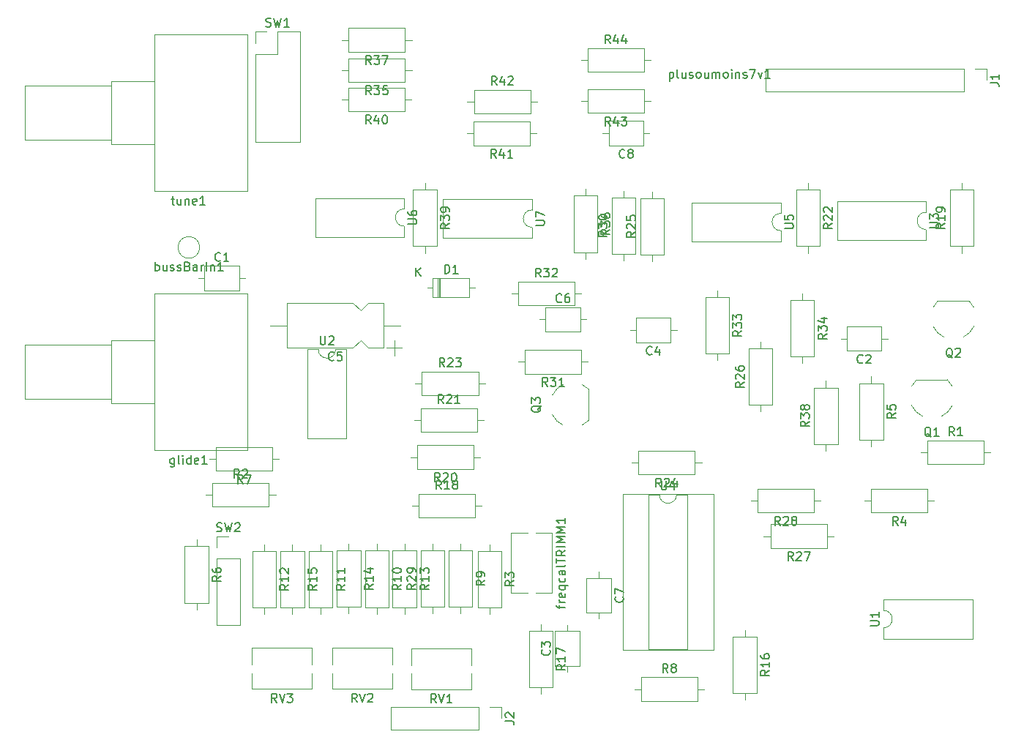
<source format=gbr>
G04 #@! TF.GenerationSoftware,KiCad,Pcbnew,(5.1.2-1)-1*
G04 #@! TF.CreationDate,2023-04-27T09:28:52+02:00*
G04 #@! TF.ProjectId,vco,76636f2e-6b69-4636-9164-5f7063625858,rev?*
G04 #@! TF.SameCoordinates,Original*
G04 #@! TF.FileFunction,Legend,Top*
G04 #@! TF.FilePolarity,Positive*
%FSLAX46Y46*%
G04 Gerber Fmt 4.6, Leading zero omitted, Abs format (unit mm)*
G04 Created by KiCad (PCBNEW (5.1.2-1)-1) date 2023-04-27 09:28:52*
%MOMM*%
%LPD*%
G04 APERTURE LIST*
%ADD10C,0.120000*%
%ADD11C,0.150000*%
G04 APERTURE END LIST*
D10*
X86401600Y-51603400D02*
G75*
G02X86401600Y-53603400I0J-1000000D01*
G01*
X86401600Y-53603400D02*
X86401600Y-54853400D01*
X86401600Y-54853400D02*
X96681600Y-54853400D01*
X96681600Y-54853400D02*
X96681600Y-50353400D01*
X96681600Y-50353400D02*
X86401600Y-50353400D01*
X86401600Y-50353400D02*
X86401600Y-51603400D01*
X-12920000Y2880000D02*
X-12920000Y9121000D01*
X-2920000Y2880000D02*
X-2920000Y9121000D01*
X-2920000Y9121000D02*
X-12920000Y9121000D01*
X-2920000Y2880000D02*
X-12920000Y2880000D01*
X-2920000Y2380000D02*
X-2920000Y9620000D01*
X2080000Y2380000D02*
X2080000Y9620000D01*
X2080000Y9620000D02*
X-2920000Y9620000D01*
X2080000Y2380000D02*
X-2920000Y2380000D01*
X2080000Y-3070000D02*
X2080000Y15070000D01*
X12820000Y-3070000D02*
X12820000Y15070000D01*
X12820000Y15070000D02*
X2080000Y15070000D01*
X12820000Y-3070000D02*
X2080000Y-3070000D01*
X-12920000Y-27120000D02*
X-12920000Y-20879000D01*
X-2920000Y-27120000D02*
X-2920000Y-20879000D01*
X-2920000Y-20879000D02*
X-12920000Y-20879000D01*
X-2920000Y-27120000D02*
X-12920000Y-27120000D01*
X-2920000Y-27620000D02*
X-2920000Y-20380000D01*
X2080000Y-27620000D02*
X2080000Y-20380000D01*
X2080000Y-20380000D02*
X-2920000Y-20380000D01*
X2080000Y-27620000D02*
X-2920000Y-27620000D01*
X2080000Y-33070000D02*
X2080000Y-14930000D01*
X12820000Y-33070000D02*
X12820000Y-14930000D01*
X12820000Y-14930000D02*
X2080000Y-14930000D01*
X12820000Y-33070000D02*
X2080000Y-33070000D01*
X52294400Y-29613000D02*
X52294400Y-26013000D01*
X51567195Y-30137184D02*
G75*
G03X52294400Y-29613000I-1122795J2324184D01*
G01*
X49340558Y-30180199D02*
G75*
G02X48094400Y-28953000I1103842J2367199D01*
G01*
X49346029Y-25457543D02*
G75*
G03X48094400Y-26703000I1098371J-2355457D01*
G01*
X51567195Y-25488816D02*
G75*
G02X52294400Y-26013000I-1122795J-2324184D01*
G01*
X57065400Y-19177000D02*
X57755400Y-19177000D01*
X62485400Y-19177000D02*
X61795400Y-19177000D01*
X57755400Y-20597000D02*
X61795400Y-20597000D01*
X57755400Y-17757000D02*
X57755400Y-20597000D01*
X61795400Y-17757000D02*
X57755400Y-17757000D01*
X61795400Y-20597000D02*
X61795400Y-17757000D01*
X78360600Y-32353000D02*
X81100600Y-32353000D01*
X81100600Y-32353000D02*
X81100600Y-25813000D01*
X81100600Y-25813000D02*
X78360600Y-25813000D01*
X78360600Y-25813000D02*
X78360600Y-32353000D01*
X79730600Y-33123000D02*
X79730600Y-32353000D01*
X79730600Y-25043000D02*
X79730600Y-25813000D01*
X9287200Y-53298400D02*
X11947200Y-53298400D01*
X9287200Y-45618400D02*
X9287200Y-53298400D01*
X11947200Y-45618400D02*
X11947200Y-53298400D01*
X9287200Y-45618400D02*
X11947200Y-45618400D01*
X9287200Y-44348400D02*
X9287200Y-43018400D01*
X9287200Y-43018400D02*
X10617200Y-43018400D01*
X8769600Y-36831600D02*
X8769600Y-39571600D01*
X8769600Y-39571600D02*
X15309600Y-39571600D01*
X15309600Y-39571600D02*
X15309600Y-36831600D01*
X15309600Y-36831600D02*
X8769600Y-36831600D01*
X7999600Y-38201600D02*
X8769600Y-38201600D01*
X16079600Y-38201600D02*
X15309600Y-38201600D01*
X30698600Y-21218200D02*
X28898600Y-21218200D01*
X29798600Y-22118200D02*
X29798600Y-20318200D01*
X28598600Y-21238200D02*
X28598600Y-15998200D01*
X17358600Y-21238200D02*
X17358600Y-15998200D01*
X28598600Y-21238200D02*
X26798600Y-21238200D01*
X26798600Y-21238200D02*
X25898600Y-20338200D01*
X25898600Y-20338200D02*
X24998600Y-21238200D01*
X24998600Y-21238200D02*
X17358600Y-21238200D01*
X28598600Y-15998200D02*
X26798600Y-15998200D01*
X26798600Y-15998200D02*
X25898600Y-16898200D01*
X25898600Y-16898200D02*
X24998600Y-15998200D01*
X24998600Y-15998200D02*
X17358600Y-15998200D01*
X30538600Y-18618200D02*
X28598600Y-18618200D01*
X15418600Y-18618200D02*
X17358600Y-18618200D01*
X23021800Y-21403000D02*
G75*
G02X21021800Y-21403000I-1000000J0D01*
G01*
X21021800Y-21403000D02*
X19771800Y-21403000D01*
X19771800Y-21403000D02*
X19771800Y-31683000D01*
X19771800Y-31683000D02*
X24271800Y-31683000D01*
X24271800Y-31683000D02*
X24271800Y-21403000D01*
X24271800Y-21403000D02*
X23021800Y-21403000D01*
X7296200Y-9601200D02*
G75*
G03X7296200Y-9601200I-1251000J0D01*
G01*
X34252800Y-13154800D02*
X34252800Y-15394800D01*
X34252800Y-15394800D02*
X38492800Y-15394800D01*
X38492800Y-15394800D02*
X38492800Y-13154800D01*
X38492800Y-13154800D02*
X34252800Y-13154800D01*
X33602800Y-14274800D02*
X34252800Y-14274800D01*
X39142800Y-14274800D02*
X38492800Y-14274800D01*
X34972800Y-13154800D02*
X34972800Y-15394800D01*
X35092800Y-13154800D02*
X35092800Y-15394800D01*
X34852800Y-13154800D02*
X34852800Y-15394800D01*
X45224000Y-49576000D02*
X43260000Y-49576000D01*
X48000000Y-49576000D02*
X46214000Y-49576000D01*
X45224000Y-42626000D02*
X43260000Y-42626000D01*
X48000000Y-42626000D02*
X46214000Y-42626000D01*
X43260000Y-42626000D02*
X43260000Y-49576000D01*
X48000000Y-42626000D02*
X48000000Y-49576000D01*
X72787200Y11083600D02*
X72787200Y8423600D01*
X95707200Y11083600D02*
X72787200Y11083600D01*
X95707200Y8423600D02*
X72787200Y8423600D01*
X95707200Y11083600D02*
X95707200Y8423600D01*
X96977200Y11083600D02*
X98307200Y11083600D01*
X98307200Y11083600D02*
X98307200Y9753600D01*
X29378600Y-62728800D02*
X29378600Y-65388800D01*
X39598600Y-62728800D02*
X29378600Y-62728800D01*
X39598600Y-65388800D02*
X29378600Y-65388800D01*
X39598600Y-62728800D02*
X39598600Y-65388800D01*
X40868600Y-62728800D02*
X42198600Y-62728800D01*
X42198600Y-62728800D02*
X42198600Y-64058800D01*
X91472000Y-31929400D02*
X91472000Y-34669400D01*
X91472000Y-34669400D02*
X98012000Y-34669400D01*
X98012000Y-34669400D02*
X98012000Y-31929400D01*
X98012000Y-31929400D02*
X91472000Y-31929400D01*
X90702000Y-33299400D02*
X91472000Y-33299400D01*
X98782000Y-33299400D02*
X98012000Y-33299400D01*
X42187800Y-44710600D02*
X39447800Y-44710600D01*
X39447800Y-44710600D02*
X39447800Y-51250600D01*
X39447800Y-51250600D02*
X42187800Y-51250600D01*
X42187800Y-51250600D02*
X42187800Y-44710600D01*
X40817800Y-43940600D02*
X40817800Y-44710600D01*
X40817800Y-52020600D02*
X40817800Y-51250600D01*
X91484200Y-40282800D02*
X91484200Y-37542800D01*
X91484200Y-37542800D02*
X84944200Y-37542800D01*
X84944200Y-37542800D02*
X84944200Y-40282800D01*
X84944200Y-40282800D02*
X91484200Y-40282800D01*
X92254200Y-38912800D02*
X91484200Y-38912800D01*
X84174200Y-38912800D02*
X84944200Y-38912800D01*
X86358400Y-25305000D02*
X83618400Y-25305000D01*
X83618400Y-25305000D02*
X83618400Y-31845000D01*
X83618400Y-31845000D02*
X86358400Y-31845000D01*
X86358400Y-31845000D02*
X86358400Y-25305000D01*
X84988400Y-24535000D02*
X84988400Y-25305000D01*
X84988400Y-32615000D02*
X84988400Y-31845000D01*
X6934200Y-51487200D02*
X6934200Y-50717200D01*
X6934200Y-43407200D02*
X6934200Y-44177200D01*
X8304200Y-50717200D02*
X8304200Y-44177200D01*
X5564200Y-50717200D02*
X8304200Y-50717200D01*
X5564200Y-44177200D02*
X5564200Y-50717200D01*
X8304200Y-44177200D02*
X5564200Y-44177200D01*
X8406000Y-34086800D02*
X9176000Y-34086800D01*
X16486000Y-34086800D02*
X15716000Y-34086800D01*
X9176000Y-35456800D02*
X15716000Y-35456800D01*
X9176000Y-32716800D02*
X9176000Y-35456800D01*
X15716000Y-32716800D02*
X9176000Y-32716800D01*
X15716000Y-35456800D02*
X15716000Y-32716800D01*
X58350400Y-59336000D02*
X58350400Y-62076000D01*
X58350400Y-62076000D02*
X64890400Y-62076000D01*
X64890400Y-62076000D02*
X64890400Y-59336000D01*
X64890400Y-59336000D02*
X58350400Y-59336000D01*
X57580400Y-60706000D02*
X58350400Y-60706000D01*
X65660400Y-60706000D02*
X64890400Y-60706000D01*
X37465000Y-51969800D02*
X37465000Y-51199800D01*
X37465000Y-43889800D02*
X37465000Y-44659800D01*
X38835000Y-51199800D02*
X38835000Y-44659800D01*
X36095000Y-51199800D02*
X38835000Y-51199800D01*
X36095000Y-44659800D02*
X36095000Y-51199800D01*
X38835000Y-44659800D02*
X36095000Y-44659800D01*
X27787600Y-51995200D02*
X27787600Y-51225200D01*
X27787600Y-43915200D02*
X27787600Y-44685200D01*
X29157600Y-51225200D02*
X29157600Y-44685200D01*
X26417600Y-51225200D02*
X29157600Y-51225200D01*
X26417600Y-44685200D02*
X26417600Y-51225200D01*
X29157600Y-44685200D02*
X26417600Y-44685200D01*
X21285200Y-52020600D02*
X21285200Y-51250600D01*
X21285200Y-43940600D02*
X21285200Y-44710600D01*
X22655200Y-51250600D02*
X22655200Y-44710600D01*
X19915200Y-51250600D02*
X22655200Y-51250600D01*
X19915200Y-44710600D02*
X19915200Y-51250600D01*
X22655200Y-44710600D02*
X19915200Y-44710600D01*
X14757400Y-52020600D02*
X14757400Y-51250600D01*
X14757400Y-43940600D02*
X14757400Y-44710600D01*
X16127400Y-51250600D02*
X16127400Y-44710600D01*
X13387400Y-51250600D02*
X16127400Y-51250600D01*
X13387400Y-44710600D02*
X13387400Y-51250600D01*
X16127400Y-44710600D02*
X13387400Y-44710600D01*
X32358000Y-44685200D02*
X29618000Y-44685200D01*
X29618000Y-44685200D02*
X29618000Y-51225200D01*
X29618000Y-51225200D02*
X32358000Y-51225200D01*
X32358000Y-51225200D02*
X32358000Y-44685200D01*
X30988000Y-43915200D02*
X30988000Y-44685200D01*
X30988000Y-51995200D02*
X30988000Y-51225200D01*
X24536400Y-51969800D02*
X24536400Y-51199800D01*
X24536400Y-43889800D02*
X24536400Y-44659800D01*
X25906400Y-51199800D02*
X25906400Y-44659800D01*
X23166400Y-51199800D02*
X25906400Y-51199800D01*
X23166400Y-44659800D02*
X23166400Y-51199800D01*
X25906400Y-44659800D02*
X23166400Y-44659800D01*
X18008600Y-52020600D02*
X18008600Y-51250600D01*
X18008600Y-43940600D02*
X18008600Y-44710600D01*
X19378600Y-51250600D02*
X19378600Y-44710600D01*
X16638600Y-51250600D02*
X19378600Y-51250600D01*
X16638600Y-44710600D02*
X16638600Y-51250600D01*
X19378600Y-44710600D02*
X16638600Y-44710600D01*
X70358000Y-61926600D02*
X70358000Y-61156600D01*
X70358000Y-53846600D02*
X70358000Y-54616600D01*
X71728000Y-61156600D02*
X71728000Y-54616600D01*
X68988000Y-61156600D02*
X71728000Y-61156600D01*
X68988000Y-54616600D02*
X68988000Y-61156600D01*
X71728000Y-54616600D02*
X68988000Y-54616600D01*
X46761400Y-61266200D02*
X46761400Y-60496200D01*
X46761400Y-53186200D02*
X46761400Y-53956200D01*
X48131400Y-60496200D02*
X48131400Y-53956200D01*
X45391400Y-60496200D02*
X48131400Y-60496200D01*
X45391400Y-53956200D02*
X45391400Y-60496200D01*
X48131400Y-53956200D02*
X45391400Y-53956200D01*
X39904800Y-39497000D02*
X39134800Y-39497000D01*
X31824800Y-39497000D02*
X32594800Y-39497000D01*
X39134800Y-38127000D02*
X32594800Y-38127000D01*
X39134800Y-40867000D02*
X39134800Y-38127000D01*
X32594800Y-40867000D02*
X39134800Y-40867000D01*
X32594800Y-38127000D02*
X32594800Y-40867000D01*
X94057800Y-9467600D02*
X96797800Y-9467600D01*
X96797800Y-9467600D02*
X96797800Y-2927600D01*
X96797800Y-2927600D02*
X94057800Y-2927600D01*
X94057800Y-2927600D02*
X94057800Y-9467600D01*
X95427800Y-10237600D02*
X95427800Y-9467600D01*
X95427800Y-2157600D02*
X95427800Y-2927600D01*
X39007800Y-35228200D02*
X39007800Y-32488200D01*
X39007800Y-32488200D02*
X32467800Y-32488200D01*
X32467800Y-32488200D02*
X32467800Y-35228200D01*
X32467800Y-35228200D02*
X39007800Y-35228200D01*
X39777800Y-33858200D02*
X39007800Y-33858200D01*
X31697800Y-33858200D02*
X32467800Y-33858200D01*
X40158800Y-29565600D02*
X39388800Y-29565600D01*
X32078800Y-29565600D02*
X32848800Y-29565600D01*
X39388800Y-28195600D02*
X32848800Y-28195600D01*
X39388800Y-30935600D02*
X39388800Y-28195600D01*
X32848800Y-30935600D02*
X39388800Y-30935600D01*
X32848800Y-28195600D02*
X32848800Y-30935600D01*
X79017800Y-2927600D02*
X76277800Y-2927600D01*
X76277800Y-2927600D02*
X76277800Y-9467600D01*
X76277800Y-9467600D02*
X79017800Y-9467600D01*
X79017800Y-9467600D02*
X79017800Y-2927600D01*
X77647800Y-2157600D02*
X77647800Y-2927600D01*
X77647800Y-10237600D02*
X77647800Y-9467600D01*
X40311200Y-25323800D02*
X39541200Y-25323800D01*
X32231200Y-25323800D02*
X33001200Y-25323800D01*
X39541200Y-23953800D02*
X33001200Y-23953800D01*
X39541200Y-26693800D02*
X39541200Y-23953800D01*
X33001200Y-26693800D02*
X39541200Y-26693800D01*
X33001200Y-23953800D02*
X33001200Y-26693800D01*
X64585600Y-35863200D02*
X64585600Y-33123200D01*
X64585600Y-33123200D02*
X58045600Y-33123200D01*
X58045600Y-33123200D02*
X58045600Y-35863200D01*
X58045600Y-35863200D02*
X64585600Y-35863200D01*
X65355600Y-34493200D02*
X64585600Y-34493200D01*
X57275600Y-34493200D02*
X58045600Y-34493200D01*
X58243800Y-10432800D02*
X60983800Y-10432800D01*
X60983800Y-10432800D02*
X60983800Y-3892800D01*
X60983800Y-3892800D02*
X58243800Y-3892800D01*
X58243800Y-3892800D02*
X58243800Y-10432800D01*
X59613800Y-11202800D02*
X59613800Y-10432800D01*
X59613800Y-3122800D02*
X59613800Y-3892800D01*
X70816800Y-27831800D02*
X73556800Y-27831800D01*
X73556800Y-27831800D02*
X73556800Y-21291800D01*
X73556800Y-21291800D02*
X70816800Y-21291800D01*
X70816800Y-21291800D02*
X70816800Y-27831800D01*
X72186800Y-28601800D02*
X72186800Y-27831800D01*
X72186800Y-20521800D02*
X72186800Y-21291800D01*
X79851000Y-44372200D02*
X79851000Y-41632200D01*
X79851000Y-41632200D02*
X73311000Y-41632200D01*
X73311000Y-41632200D02*
X73311000Y-44372200D01*
X73311000Y-44372200D02*
X79851000Y-44372200D01*
X80621000Y-43002200D02*
X79851000Y-43002200D01*
X72541000Y-43002200D02*
X73311000Y-43002200D01*
X71042400Y-38912800D02*
X71812400Y-38912800D01*
X79122400Y-38912800D02*
X78352400Y-38912800D01*
X71812400Y-40282800D02*
X78352400Y-40282800D01*
X71812400Y-37542800D02*
X71812400Y-40282800D01*
X78352400Y-37542800D02*
X71812400Y-37542800D01*
X78352400Y-40282800D02*
X78352400Y-37542800D01*
X34213800Y-43889800D02*
X34213800Y-44659800D01*
X34213800Y-51969800D02*
X34213800Y-51199800D01*
X32843800Y-44659800D02*
X32843800Y-51199800D01*
X35583800Y-44659800D02*
X32843800Y-44659800D01*
X35583800Y-51199800D02*
X35583800Y-44659800D01*
X32843800Y-51199800D02*
X35583800Y-51199800D01*
X56337200Y-3046600D02*
X56337200Y-3816600D01*
X56337200Y-11126600D02*
X56337200Y-10356600D01*
X54967200Y-3816600D02*
X54967200Y-10356600D01*
X57707200Y-3816600D02*
X54967200Y-3816600D01*
X57707200Y-10356600D02*
X57707200Y-3816600D01*
X54967200Y-10356600D02*
X57707200Y-10356600D01*
X51453800Y-24204600D02*
X51453800Y-21464600D01*
X51453800Y-21464600D02*
X44913800Y-21464600D01*
X44913800Y-21464600D02*
X44913800Y-24204600D01*
X44913800Y-24204600D02*
X51453800Y-24204600D01*
X52223800Y-22834600D02*
X51453800Y-22834600D01*
X44143800Y-22834600D02*
X44913800Y-22834600D01*
X51436400Y-14935200D02*
X50666400Y-14935200D01*
X43356400Y-14935200D02*
X44126400Y-14935200D01*
X50666400Y-13565200D02*
X44126400Y-13565200D01*
X50666400Y-16305200D02*
X50666400Y-13565200D01*
X44126400Y-16305200D02*
X50666400Y-16305200D01*
X44126400Y-13565200D02*
X44126400Y-16305200D01*
X68527600Y-15348200D02*
X65787600Y-15348200D01*
X65787600Y-15348200D02*
X65787600Y-21888200D01*
X65787600Y-21888200D02*
X68527600Y-21888200D01*
X68527600Y-21888200D02*
X68527600Y-15348200D01*
X67157600Y-14578200D02*
X67157600Y-15348200D01*
X67157600Y-22658200D02*
X67157600Y-21888200D01*
X77012800Y-23013800D02*
X77012800Y-22243800D01*
X77012800Y-14933800D02*
X77012800Y-15703800D01*
X78382800Y-22243800D02*
X78382800Y-15703800D01*
X75642800Y-22243800D02*
X78382800Y-22243800D01*
X75642800Y-15703800D02*
X75642800Y-22243800D01*
X78382800Y-15703800D02*
X75642800Y-15703800D01*
X31057600Y9526600D02*
X31057600Y12266600D01*
X31057600Y12266600D02*
X24517600Y12266600D01*
X24517600Y12266600D02*
X24517600Y9526600D01*
X24517600Y9526600D02*
X31057600Y9526600D01*
X31827600Y10896600D02*
X31057600Y10896600D01*
X23747600Y10896600D02*
X24517600Y10896600D01*
X51917600Y-10923400D02*
X51917600Y-10153400D01*
X51917600Y-2843400D02*
X51917600Y-3613400D01*
X53287600Y-10153400D02*
X53287600Y-3613400D01*
X50547600Y-10153400D02*
X53287600Y-10153400D01*
X50547600Y-3613400D02*
X50547600Y-10153400D01*
X53287600Y-3613400D02*
X50547600Y-3613400D01*
X23747600Y14401800D02*
X24517600Y14401800D01*
X31827600Y14401800D02*
X31057600Y14401800D01*
X24517600Y13031800D02*
X31057600Y13031800D01*
X24517600Y15771800D02*
X24517600Y13031800D01*
X31057600Y15771800D02*
X24517600Y15771800D01*
X31057600Y13031800D02*
X31057600Y15771800D01*
X34720200Y-2927600D02*
X31980200Y-2927600D01*
X31980200Y-2927600D02*
X31980200Y-9467600D01*
X31980200Y-9467600D02*
X34720200Y-9467600D01*
X34720200Y-9467600D02*
X34720200Y-2927600D01*
X33350200Y-2157600D02*
X33350200Y-2927600D01*
X33350200Y-10237600D02*
X33350200Y-9467600D01*
X31006800Y6148400D02*
X31006800Y8888400D01*
X31006800Y8888400D02*
X24466800Y8888400D01*
X24466800Y8888400D02*
X24466800Y6148400D01*
X24466800Y6148400D02*
X31006800Y6148400D01*
X31776800Y7518400D02*
X31006800Y7518400D01*
X23696800Y7518400D02*
X24466800Y7518400D01*
X38200200Y3581400D02*
X38970200Y3581400D01*
X46280200Y3581400D02*
X45510200Y3581400D01*
X38970200Y2211400D02*
X45510200Y2211400D01*
X38970200Y4951400D02*
X38970200Y2211400D01*
X45510200Y4951400D02*
X38970200Y4951400D01*
X45510200Y2211400D02*
X45510200Y4951400D01*
X46331000Y7264400D02*
X45561000Y7264400D01*
X38251000Y7264400D02*
X39021000Y7264400D01*
X45561000Y8634400D02*
X39021000Y8634400D01*
X45561000Y5894400D02*
X45561000Y8634400D01*
X39021000Y5894400D02*
X45561000Y5894400D01*
X39021000Y8634400D02*
X39021000Y5894400D01*
X58718200Y5945200D02*
X58718200Y8685200D01*
X58718200Y8685200D02*
X52178200Y8685200D01*
X52178200Y8685200D02*
X52178200Y5945200D01*
X52178200Y5945200D02*
X58718200Y5945200D01*
X59488200Y7315200D02*
X58718200Y7315200D01*
X51408200Y7315200D02*
X52178200Y7315200D01*
X52152800Y13435000D02*
X52152800Y10695000D01*
X52152800Y10695000D02*
X58692800Y10695000D01*
X58692800Y10695000D02*
X58692800Y13435000D01*
X58692800Y13435000D02*
X52152800Y13435000D01*
X51382800Y12065000D02*
X52152800Y12065000D01*
X59462800Y12065000D02*
X58692800Y12065000D01*
X38730200Y-60700000D02*
X31780200Y-60700000D01*
X38730200Y-55960000D02*
X31780200Y-55960000D01*
X38730200Y-60700000D02*
X38730200Y-58914000D01*
X38730200Y-57924000D02*
X38730200Y-55960000D01*
X31780200Y-60700000D02*
X31780200Y-58914000D01*
X31780200Y-57924000D02*
X31780200Y-55960000D01*
X29560800Y-60623800D02*
X22610800Y-60623800D01*
X29560800Y-55883800D02*
X22610800Y-55883800D01*
X29560800Y-60623800D02*
X29560800Y-58837800D01*
X29560800Y-57847800D02*
X29560800Y-55883800D01*
X22610800Y-60623800D02*
X22610800Y-58837800D01*
X22610800Y-57847800D02*
X22610800Y-55883800D01*
X13339800Y-57873200D02*
X13339800Y-55909200D01*
X13339800Y-60649200D02*
X13339800Y-58863200D01*
X20289800Y-57873200D02*
X20289800Y-55909200D01*
X20289800Y-60649200D02*
X20289800Y-58863200D01*
X20289800Y-55909200D02*
X13339800Y-55909200D01*
X20289800Y-60649200D02*
X13339800Y-60649200D01*
X13706800Y2556200D02*
X18906800Y2556200D01*
X13706800Y12776200D02*
X13706800Y2556200D01*
X18906800Y15376200D02*
X18906800Y2556200D01*
X13706800Y12776200D02*
X16306800Y12776200D01*
X16306800Y12776200D02*
X16306800Y15376200D01*
X16306800Y15376200D02*
X18906800Y15376200D01*
X13706800Y14046200D02*
X13706800Y15376200D01*
X13706800Y15376200D02*
X15036800Y15376200D01*
X62468000Y-38192400D02*
G75*
G02X60468000Y-38192400I-1000000J0D01*
G01*
X60468000Y-38192400D02*
X59218000Y-38192400D01*
X59218000Y-38192400D02*
X59218000Y-56092400D01*
X59218000Y-56092400D02*
X63718000Y-56092400D01*
X63718000Y-56092400D02*
X63718000Y-38192400D01*
X63718000Y-38192400D02*
X62468000Y-38192400D01*
X56218000Y-38132400D02*
X56218000Y-56152400D01*
X56218000Y-56152400D02*
X66718000Y-56152400D01*
X66718000Y-56152400D02*
X66718000Y-38132400D01*
X66718000Y-38132400D02*
X56218000Y-38132400D01*
X74507400Y-8904800D02*
X74507400Y-7654800D01*
X64227400Y-8904800D02*
X74507400Y-8904800D01*
X64227400Y-4404800D02*
X64227400Y-8904800D01*
X74507400Y-4404800D02*
X64227400Y-4404800D01*
X74507400Y-5654800D02*
X74507400Y-4404800D01*
X74507400Y-7654800D02*
G75*
G02X74507400Y-5654800I0J1000000D01*
G01*
X30946400Y-7146800D02*
G75*
G02X30946400Y-5146800I0J1000000D01*
G01*
X30946400Y-5146800D02*
X30946400Y-3896800D01*
X30946400Y-3896800D02*
X20666400Y-3896800D01*
X20666400Y-3896800D02*
X20666400Y-8396800D01*
X20666400Y-8396800D02*
X30946400Y-8396800D01*
X30946400Y-8396800D02*
X30946400Y-7146800D01*
X45729200Y-8523800D02*
X45729200Y-7273800D01*
X35449200Y-8523800D02*
X45729200Y-8523800D01*
X35449200Y-4023800D02*
X35449200Y-8523800D01*
X45729200Y-4023800D02*
X35449200Y-4023800D01*
X45729200Y-5273800D02*
X45729200Y-4023800D01*
X45729200Y-7273800D02*
G75*
G02X45729200Y-5273800I0J1000000D01*
G01*
X12581400Y-13157200D02*
X11891400Y-13157200D01*
X7161400Y-13157200D02*
X7851400Y-13157200D01*
X11891400Y-11737200D02*
X7851400Y-11737200D01*
X11891400Y-14577200D02*
X11891400Y-11737200D01*
X7851400Y-14577200D02*
X11891400Y-14577200D01*
X7851400Y-11737200D02*
X7851400Y-14577200D01*
X86179400Y-21562200D02*
X86179400Y-18722200D01*
X86179400Y-18722200D02*
X82139400Y-18722200D01*
X82139400Y-18722200D02*
X82139400Y-21562200D01*
X82139400Y-21562200D02*
X86179400Y-21562200D01*
X86869400Y-20142200D02*
X86179400Y-20142200D01*
X81449400Y-20142200D02*
X82139400Y-20142200D01*
X48389400Y-58010800D02*
X51229400Y-58010800D01*
X51229400Y-58010800D02*
X51229400Y-53970800D01*
X51229400Y-53970800D02*
X48389400Y-53970800D01*
X48389400Y-53970800D02*
X48389400Y-58010800D01*
X49809400Y-58700800D02*
X49809400Y-58010800D01*
X49809400Y-53280800D02*
X49809400Y-53970800D01*
X52027600Y-17932400D02*
X51337600Y-17932400D01*
X46607600Y-17932400D02*
X47297600Y-17932400D01*
X51337600Y-16512400D02*
X47297600Y-16512400D01*
X51337600Y-19352400D02*
X51337600Y-16512400D01*
X47297600Y-19352400D02*
X51337600Y-19352400D01*
X47297600Y-16512400D02*
X47297600Y-19352400D01*
X54861600Y-47831000D02*
X52021600Y-47831000D01*
X52021600Y-47831000D02*
X52021600Y-51871000D01*
X52021600Y-51871000D02*
X54861600Y-51871000D01*
X54861600Y-51871000D02*
X54861600Y-47831000D01*
X53441600Y-47141000D02*
X53441600Y-47831000D01*
X53441600Y-52561000D02*
X53441600Y-51871000D01*
X58645800Y2186800D02*
X58645800Y5026800D01*
X58645800Y5026800D02*
X54605800Y5026800D01*
X54605800Y5026800D02*
X54605800Y2186800D01*
X54605800Y2186800D02*
X58645800Y2186800D01*
X59335800Y3606800D02*
X58645800Y3606800D01*
X53915800Y3606800D02*
X54605800Y3606800D01*
X93798800Y-24921600D02*
X90198800Y-24921600D01*
X94322984Y-25648805D02*
G75*
G03X93798800Y-24921600I-2324184J-1122795D01*
G01*
X94365999Y-27875442D02*
G75*
G02X93138800Y-29121600I-2367199J1103842D01*
G01*
X89643343Y-27869971D02*
G75*
G03X90888800Y-29121600I2355457J1098371D01*
G01*
X89674616Y-25648805D02*
G75*
G02X90198800Y-24921600I2324184J-1122795D01*
G01*
X92163816Y-16504805D02*
G75*
G02X92688000Y-15777600I2324184J-1122795D01*
G01*
X92132543Y-18725971D02*
G75*
G03X93378000Y-19977600I2355457J1098371D01*
G01*
X96855199Y-18731442D02*
G75*
G02X95628000Y-19977600I-2367199J1103842D01*
G01*
X96812184Y-16504805D02*
G75*
G03X96288000Y-15777600I-2324184J-1122795D01*
G01*
X96288000Y-15777600D02*
X92688000Y-15777600D01*
X91296800Y-8777800D02*
X91296800Y-7527800D01*
X81016800Y-8777800D02*
X91296800Y-8777800D01*
X81016800Y-4277800D02*
X81016800Y-8777800D01*
X91296800Y-4277800D02*
X81016800Y-4277800D01*
X91296800Y-5527800D02*
X91296800Y-4277800D01*
X91296800Y-7527800D02*
G75*
G02X91296800Y-5527800I0J1000000D01*
G01*
D11*
X84853980Y-53365304D02*
X85663504Y-53365304D01*
X85758742Y-53317685D01*
X85806361Y-53270066D01*
X85853980Y-53174828D01*
X85853980Y-52984352D01*
X85806361Y-52889114D01*
X85758742Y-52841495D01*
X85663504Y-52793876D01*
X84853980Y-52793876D01*
X85853980Y-51793876D02*
X85853980Y-52365304D01*
X85853980Y-52079590D02*
X84853980Y-52079590D01*
X84996838Y-52174828D01*
X85092076Y-52270066D01*
X85139695Y-52365304D01*
X4000000Y-3985714D02*
X4380952Y-3985714D01*
X4142857Y-3652380D02*
X4142857Y-4509523D01*
X4190476Y-4604761D01*
X4285714Y-4652380D01*
X4380952Y-4652380D01*
X5142857Y-3985714D02*
X5142857Y-4652380D01*
X4714285Y-3985714D02*
X4714285Y-4509523D01*
X4761904Y-4604761D01*
X4857142Y-4652380D01*
X5000000Y-4652380D01*
X5095238Y-4604761D01*
X5142857Y-4557142D01*
X5619047Y-3985714D02*
X5619047Y-4652380D01*
X5619047Y-4080952D02*
X5666666Y-4033333D01*
X5761904Y-3985714D01*
X5904761Y-3985714D01*
X6000000Y-4033333D01*
X6047619Y-4128571D01*
X6047619Y-4652380D01*
X6904761Y-4604761D02*
X6809523Y-4652380D01*
X6619047Y-4652380D01*
X6523809Y-4604761D01*
X6476190Y-4509523D01*
X6476190Y-4128571D01*
X6523809Y-4033333D01*
X6619047Y-3985714D01*
X6809523Y-3985714D01*
X6904761Y-4033333D01*
X6952380Y-4128571D01*
X6952380Y-4223809D01*
X6476190Y-4319047D01*
X7904761Y-4652380D02*
X7333333Y-4652380D01*
X7619047Y-4652380D02*
X7619047Y-3652380D01*
X7523809Y-3795238D01*
X7428571Y-3890476D01*
X7333333Y-3938095D01*
X4357142Y-33985714D02*
X4357142Y-34795238D01*
X4309523Y-34890476D01*
X4261904Y-34938095D01*
X4166666Y-34985714D01*
X4023809Y-34985714D01*
X3928571Y-34938095D01*
X4357142Y-34604761D02*
X4261904Y-34652380D01*
X4071428Y-34652380D01*
X3976190Y-34604761D01*
X3928571Y-34557142D01*
X3880952Y-34461904D01*
X3880952Y-34176190D01*
X3928571Y-34080952D01*
X3976190Y-34033333D01*
X4071428Y-33985714D01*
X4261904Y-33985714D01*
X4357142Y-34033333D01*
X4976190Y-34652380D02*
X4880952Y-34604761D01*
X4833333Y-34509523D01*
X4833333Y-33652380D01*
X5357142Y-34652380D02*
X5357142Y-33985714D01*
X5357142Y-33652380D02*
X5309523Y-33700000D01*
X5357142Y-33747619D01*
X5404761Y-33700000D01*
X5357142Y-33652380D01*
X5357142Y-33747619D01*
X6261904Y-34652380D02*
X6261904Y-33652380D01*
X6261904Y-34604761D02*
X6166666Y-34652380D01*
X5976190Y-34652380D01*
X5880952Y-34604761D01*
X5833333Y-34557142D01*
X5785714Y-34461904D01*
X5785714Y-34176190D01*
X5833333Y-34080952D01*
X5880952Y-34033333D01*
X5976190Y-33985714D01*
X6166666Y-33985714D01*
X6261904Y-34033333D01*
X7119047Y-34604761D02*
X7023809Y-34652380D01*
X6833333Y-34652380D01*
X6738095Y-34604761D01*
X6690476Y-34509523D01*
X6690476Y-34128571D01*
X6738095Y-34033333D01*
X6833333Y-33985714D01*
X7023809Y-33985714D01*
X7119047Y-34033333D01*
X7166666Y-34128571D01*
X7166666Y-34223809D01*
X6690476Y-34319047D01*
X8119047Y-34652380D02*
X7547619Y-34652380D01*
X7833333Y-34652380D02*
X7833333Y-33652380D01*
X7738095Y-33795238D01*
X7642857Y-33890476D01*
X7547619Y-33938095D01*
X46802019Y-27898238D02*
X46754400Y-27993476D01*
X46659161Y-28088714D01*
X46516304Y-28231571D01*
X46468685Y-28326809D01*
X46468685Y-28422047D01*
X46706780Y-28374428D02*
X46659161Y-28469666D01*
X46563923Y-28564904D01*
X46373447Y-28612523D01*
X46040114Y-28612523D01*
X45849638Y-28564904D01*
X45754400Y-28469666D01*
X45706780Y-28374428D01*
X45706780Y-28183952D01*
X45754400Y-28088714D01*
X45849638Y-27993476D01*
X46040114Y-27945857D01*
X46373447Y-27945857D01*
X46563923Y-27993476D01*
X46659161Y-28088714D01*
X46706780Y-28183952D01*
X46706780Y-28374428D01*
X45706780Y-27612523D02*
X45706780Y-26993476D01*
X46087733Y-27326809D01*
X46087733Y-27183952D01*
X46135352Y-27088714D01*
X46182971Y-27041095D01*
X46278209Y-26993476D01*
X46516304Y-26993476D01*
X46611542Y-27041095D01*
X46659161Y-27088714D01*
X46706780Y-27183952D01*
X46706780Y-27469666D01*
X46659161Y-27564904D01*
X46611542Y-27612523D01*
X59608733Y-21954142D02*
X59561114Y-22001761D01*
X59418257Y-22049380D01*
X59323019Y-22049380D01*
X59180161Y-22001761D01*
X59084923Y-21906523D01*
X59037304Y-21811285D01*
X58989685Y-21620809D01*
X58989685Y-21477952D01*
X59037304Y-21287476D01*
X59084923Y-21192238D01*
X59180161Y-21097000D01*
X59323019Y-21049380D01*
X59418257Y-21049380D01*
X59561114Y-21097000D01*
X59608733Y-21144619D01*
X60465876Y-21382714D02*
X60465876Y-22049380D01*
X60227780Y-21001761D02*
X59989685Y-21716047D01*
X60608733Y-21716047D01*
X77812980Y-29725857D02*
X77336790Y-30059190D01*
X77812980Y-30297285D02*
X76812980Y-30297285D01*
X76812980Y-29916333D01*
X76860600Y-29821095D01*
X76908219Y-29773476D01*
X77003457Y-29725857D01*
X77146314Y-29725857D01*
X77241552Y-29773476D01*
X77289171Y-29821095D01*
X77336790Y-29916333D01*
X77336790Y-30297285D01*
X76812980Y-29392523D02*
X76812980Y-28773476D01*
X77193933Y-29106809D01*
X77193933Y-28963952D01*
X77241552Y-28868714D01*
X77289171Y-28821095D01*
X77384409Y-28773476D01*
X77622504Y-28773476D01*
X77717742Y-28821095D01*
X77765361Y-28868714D01*
X77812980Y-28963952D01*
X77812980Y-29249666D01*
X77765361Y-29344904D01*
X77717742Y-29392523D01*
X77241552Y-28202047D02*
X77193933Y-28297285D01*
X77146314Y-28344904D01*
X77051076Y-28392523D01*
X77003457Y-28392523D01*
X76908219Y-28344904D01*
X76860600Y-28297285D01*
X76812980Y-28202047D01*
X76812980Y-28011571D01*
X76860600Y-27916333D01*
X76908219Y-27868714D01*
X77003457Y-27821095D01*
X77051076Y-27821095D01*
X77146314Y-27868714D01*
X77193933Y-27916333D01*
X77241552Y-28011571D01*
X77241552Y-28202047D01*
X77289171Y-28297285D01*
X77336790Y-28344904D01*
X77432028Y-28392523D01*
X77622504Y-28392523D01*
X77717742Y-28344904D01*
X77765361Y-28297285D01*
X77812980Y-28202047D01*
X77812980Y-28011571D01*
X77765361Y-27916333D01*
X77717742Y-27868714D01*
X77622504Y-27821095D01*
X77432028Y-27821095D01*
X77336790Y-27868714D01*
X77289171Y-27916333D01*
X77241552Y-28011571D01*
X9283866Y-42423161D02*
X9426723Y-42470780D01*
X9664819Y-42470780D01*
X9760057Y-42423161D01*
X9807676Y-42375542D01*
X9855295Y-42280304D01*
X9855295Y-42185066D01*
X9807676Y-42089828D01*
X9760057Y-42042209D01*
X9664819Y-41994590D01*
X9474342Y-41946971D01*
X9379104Y-41899352D01*
X9331485Y-41851733D01*
X9283866Y-41756495D01*
X9283866Y-41661257D01*
X9331485Y-41566019D01*
X9379104Y-41518400D01*
X9474342Y-41470780D01*
X9712438Y-41470780D01*
X9855295Y-41518400D01*
X10188628Y-41470780D02*
X10426723Y-42470780D01*
X10617200Y-41756495D01*
X10807676Y-42470780D01*
X11045771Y-41470780D01*
X11379104Y-41566019D02*
X11426723Y-41518400D01*
X11521961Y-41470780D01*
X11760057Y-41470780D01*
X11855295Y-41518400D01*
X11902914Y-41566019D01*
X11950533Y-41661257D01*
X11950533Y-41756495D01*
X11902914Y-41899352D01*
X11331485Y-42470780D01*
X11950533Y-42470780D01*
X11872933Y-36283980D02*
X11539600Y-35807790D01*
X11301504Y-36283980D02*
X11301504Y-35283980D01*
X11682457Y-35283980D01*
X11777695Y-35331600D01*
X11825314Y-35379219D01*
X11872933Y-35474457D01*
X11872933Y-35617314D01*
X11825314Y-35712552D01*
X11777695Y-35760171D01*
X11682457Y-35807790D01*
X11301504Y-35807790D01*
X12253885Y-35379219D02*
X12301504Y-35331600D01*
X12396742Y-35283980D01*
X12634838Y-35283980D01*
X12730076Y-35331600D01*
X12777695Y-35379219D01*
X12825314Y-35474457D01*
X12825314Y-35569695D01*
X12777695Y-35712552D01*
X12206266Y-36283980D01*
X12825314Y-36283980D01*
X22811933Y-22595342D02*
X22764314Y-22642961D01*
X22621457Y-22690580D01*
X22526219Y-22690580D01*
X22383361Y-22642961D01*
X22288123Y-22547723D01*
X22240504Y-22452485D01*
X22192885Y-22262009D01*
X22192885Y-22119152D01*
X22240504Y-21928676D01*
X22288123Y-21833438D01*
X22383361Y-21738200D01*
X22526219Y-21690580D01*
X22621457Y-21690580D01*
X22764314Y-21738200D01*
X22811933Y-21785819D01*
X23716695Y-21690580D02*
X23240504Y-21690580D01*
X23192885Y-22166771D01*
X23240504Y-22119152D01*
X23335742Y-22071533D01*
X23573838Y-22071533D01*
X23669076Y-22119152D01*
X23716695Y-22166771D01*
X23764314Y-22262009D01*
X23764314Y-22500104D01*
X23716695Y-22595342D01*
X23669076Y-22642961D01*
X23573838Y-22690580D01*
X23335742Y-22690580D01*
X23240504Y-22642961D01*
X23192885Y-22595342D01*
X21259895Y-19855380D02*
X21259895Y-20664904D01*
X21307514Y-20760142D01*
X21355133Y-20807761D01*
X21450371Y-20855380D01*
X21640847Y-20855380D01*
X21736085Y-20807761D01*
X21783704Y-20760142D01*
X21831323Y-20664904D01*
X21831323Y-19855380D01*
X22259895Y-19950619D02*
X22307514Y-19903000D01*
X22402752Y-19855380D01*
X22640847Y-19855380D01*
X22736085Y-19903000D01*
X22783704Y-19950619D01*
X22831323Y-20045857D01*
X22831323Y-20141095D01*
X22783704Y-20283952D01*
X22212276Y-20855380D01*
X22831323Y-20855380D01*
X2140438Y-12303580D02*
X2140438Y-11303580D01*
X2140438Y-11684533D02*
X2235676Y-11636914D01*
X2426152Y-11636914D01*
X2521390Y-11684533D01*
X2569009Y-11732152D01*
X2616628Y-11827390D01*
X2616628Y-12113104D01*
X2569009Y-12208342D01*
X2521390Y-12255961D01*
X2426152Y-12303580D01*
X2235676Y-12303580D01*
X2140438Y-12255961D01*
X3473771Y-11636914D02*
X3473771Y-12303580D01*
X3045200Y-11636914D02*
X3045200Y-12160723D01*
X3092819Y-12255961D01*
X3188057Y-12303580D01*
X3330914Y-12303580D01*
X3426152Y-12255961D01*
X3473771Y-12208342D01*
X3902342Y-12255961D02*
X3997580Y-12303580D01*
X4188057Y-12303580D01*
X4283295Y-12255961D01*
X4330914Y-12160723D01*
X4330914Y-12113104D01*
X4283295Y-12017866D01*
X4188057Y-11970247D01*
X4045200Y-11970247D01*
X3949961Y-11922628D01*
X3902342Y-11827390D01*
X3902342Y-11779771D01*
X3949961Y-11684533D01*
X4045200Y-11636914D01*
X4188057Y-11636914D01*
X4283295Y-11684533D01*
X4711866Y-12255961D02*
X4807104Y-12303580D01*
X4997580Y-12303580D01*
X5092819Y-12255961D01*
X5140438Y-12160723D01*
X5140438Y-12113104D01*
X5092819Y-12017866D01*
X4997580Y-11970247D01*
X4854723Y-11970247D01*
X4759485Y-11922628D01*
X4711866Y-11827390D01*
X4711866Y-11779771D01*
X4759485Y-11684533D01*
X4854723Y-11636914D01*
X4997580Y-11636914D01*
X5092819Y-11684533D01*
X5902342Y-11779771D02*
X6045200Y-11827390D01*
X6092819Y-11875009D01*
X6140438Y-11970247D01*
X6140438Y-12113104D01*
X6092819Y-12208342D01*
X6045200Y-12255961D01*
X5949961Y-12303580D01*
X5569009Y-12303580D01*
X5569009Y-11303580D01*
X5902342Y-11303580D01*
X5997580Y-11351200D01*
X6045200Y-11398819D01*
X6092819Y-11494057D01*
X6092819Y-11589295D01*
X6045200Y-11684533D01*
X5997580Y-11732152D01*
X5902342Y-11779771D01*
X5569009Y-11779771D01*
X6997580Y-12303580D02*
X6997580Y-11779771D01*
X6949961Y-11684533D01*
X6854723Y-11636914D01*
X6664247Y-11636914D01*
X6569009Y-11684533D01*
X6997580Y-12255961D02*
X6902342Y-12303580D01*
X6664247Y-12303580D01*
X6569009Y-12255961D01*
X6521390Y-12160723D01*
X6521390Y-12065485D01*
X6569009Y-11970247D01*
X6664247Y-11922628D01*
X6902342Y-11922628D01*
X6997580Y-11875009D01*
X7473771Y-12303580D02*
X7473771Y-11636914D01*
X7473771Y-11827390D02*
X7521390Y-11732152D01*
X7569009Y-11684533D01*
X7664247Y-11636914D01*
X7759485Y-11636914D01*
X8092819Y-12303580D02*
X8092819Y-11303580D01*
X8569009Y-11636914D02*
X8569009Y-12303580D01*
X8569009Y-11732152D02*
X8616628Y-11684533D01*
X8711866Y-11636914D01*
X8854723Y-11636914D01*
X8949961Y-11684533D01*
X8997580Y-11779771D01*
X8997580Y-12303580D01*
X9997580Y-12303580D02*
X9426152Y-12303580D01*
X9711866Y-12303580D02*
X9711866Y-11303580D01*
X9616628Y-11446438D01*
X9521390Y-11541676D01*
X9426152Y-11589295D01*
X35634704Y-12607180D02*
X35634704Y-11607180D01*
X35872800Y-11607180D01*
X36015657Y-11654800D01*
X36110895Y-11750038D01*
X36158514Y-11845276D01*
X36206133Y-12035752D01*
X36206133Y-12178609D01*
X36158514Y-12369085D01*
X36110895Y-12464323D01*
X36015657Y-12559561D01*
X35872800Y-12607180D01*
X35634704Y-12607180D01*
X37158514Y-12607180D02*
X36587085Y-12607180D01*
X36872800Y-12607180D02*
X36872800Y-11607180D01*
X36777561Y-11750038D01*
X36682323Y-11845276D01*
X36587085Y-11892895D01*
X32300895Y-12927180D02*
X32300895Y-11927180D01*
X32872323Y-12927180D02*
X32443752Y-12355752D01*
X32872323Y-11927180D02*
X32300895Y-12498609D01*
X48915714Y-51362904D02*
X48915714Y-50981952D01*
X49582380Y-51220047D02*
X48725238Y-51220047D01*
X48630000Y-51172428D01*
X48582380Y-51077190D01*
X48582380Y-50981952D01*
X49582380Y-50648619D02*
X48915714Y-50648619D01*
X49106190Y-50648619D02*
X49010952Y-50601000D01*
X48963333Y-50553380D01*
X48915714Y-50458142D01*
X48915714Y-50362904D01*
X49534761Y-49648619D02*
X49582380Y-49743857D01*
X49582380Y-49934333D01*
X49534761Y-50029571D01*
X49439523Y-50077190D01*
X49058571Y-50077190D01*
X48963333Y-50029571D01*
X48915714Y-49934333D01*
X48915714Y-49743857D01*
X48963333Y-49648619D01*
X49058571Y-49601000D01*
X49153809Y-49601000D01*
X49249047Y-50077190D01*
X48915714Y-48743857D02*
X49915714Y-48743857D01*
X49534761Y-48743857D02*
X49582380Y-48839095D01*
X49582380Y-49029571D01*
X49534761Y-49124809D01*
X49487142Y-49172428D01*
X49391904Y-49220047D01*
X49106190Y-49220047D01*
X49010952Y-49172428D01*
X48963333Y-49124809D01*
X48915714Y-49029571D01*
X48915714Y-48839095D01*
X48963333Y-48743857D01*
X49534761Y-47839095D02*
X49582380Y-47934333D01*
X49582380Y-48124809D01*
X49534761Y-48220047D01*
X49487142Y-48267666D01*
X49391904Y-48315285D01*
X49106190Y-48315285D01*
X49010952Y-48267666D01*
X48963333Y-48220047D01*
X48915714Y-48124809D01*
X48915714Y-47934333D01*
X48963333Y-47839095D01*
X49582380Y-46981952D02*
X49058571Y-46981952D01*
X48963333Y-47029571D01*
X48915714Y-47124809D01*
X48915714Y-47315285D01*
X48963333Y-47410523D01*
X49534761Y-46981952D02*
X49582380Y-47077190D01*
X49582380Y-47315285D01*
X49534761Y-47410523D01*
X49439523Y-47458142D01*
X49344285Y-47458142D01*
X49249047Y-47410523D01*
X49201428Y-47315285D01*
X49201428Y-47077190D01*
X49153809Y-46981952D01*
X49582380Y-46362904D02*
X49534761Y-46458142D01*
X49439523Y-46505761D01*
X48582380Y-46505761D01*
X48582380Y-46124809D02*
X48582380Y-45553380D01*
X49582380Y-45839095D02*
X48582380Y-45839095D01*
X49582380Y-44648619D02*
X49106190Y-44981952D01*
X49582380Y-45220047D02*
X48582380Y-45220047D01*
X48582380Y-44839095D01*
X48630000Y-44743857D01*
X48677619Y-44696238D01*
X48772857Y-44648619D01*
X48915714Y-44648619D01*
X49010952Y-44696238D01*
X49058571Y-44743857D01*
X49106190Y-44839095D01*
X49106190Y-45220047D01*
X49582380Y-44220047D02*
X48582380Y-44220047D01*
X49582380Y-43743857D02*
X48582380Y-43743857D01*
X49296666Y-43410523D01*
X48582380Y-43077190D01*
X49582380Y-43077190D01*
X49582380Y-42601000D02*
X48582380Y-42601000D01*
X49296666Y-42267666D01*
X48582380Y-41934333D01*
X49582380Y-41934333D01*
X49582380Y-40934333D02*
X49582380Y-41505761D01*
X49582380Y-41220047D02*
X48582380Y-41220047D01*
X48725238Y-41315285D01*
X48820476Y-41410523D01*
X48868095Y-41505761D01*
X98759580Y9420266D02*
X99473866Y9420266D01*
X99616723Y9372647D01*
X99711961Y9277409D01*
X99759580Y9134552D01*
X99759580Y9039314D01*
X99759580Y10420266D02*
X99759580Y9848838D01*
X99759580Y10134552D02*
X98759580Y10134552D01*
X98902438Y10039314D01*
X98997676Y9944076D01*
X99045295Y9848838D01*
X42650980Y-64392133D02*
X43365266Y-64392133D01*
X43508123Y-64439752D01*
X43603361Y-64534990D01*
X43650980Y-64677847D01*
X43650980Y-64773085D01*
X42746219Y-63963561D02*
X42698600Y-63915942D01*
X42650980Y-63820704D01*
X42650980Y-63582609D01*
X42698600Y-63487371D01*
X42746219Y-63439752D01*
X42841457Y-63392133D01*
X42936695Y-63392133D01*
X43079552Y-63439752D01*
X43650980Y-64011180D01*
X43650980Y-63392133D01*
X61651285Y10658085D02*
X61651285Y9658085D01*
X61651285Y10610466D02*
X61746523Y10658085D01*
X61937000Y10658085D01*
X62032238Y10610466D01*
X62079857Y10562847D01*
X62127476Y10467609D01*
X62127476Y10181895D01*
X62079857Y10086657D01*
X62032238Y10039038D01*
X61937000Y9991419D01*
X61746523Y9991419D01*
X61651285Y10039038D01*
X62698904Y9991419D02*
X62603666Y10039038D01*
X62556047Y10134276D01*
X62556047Y10991419D01*
X63508428Y10658085D02*
X63508428Y9991419D01*
X63079857Y10658085D02*
X63079857Y10134276D01*
X63127476Y10039038D01*
X63222714Y9991419D01*
X63365571Y9991419D01*
X63460809Y10039038D01*
X63508428Y10086657D01*
X63937000Y10039038D02*
X64032238Y9991419D01*
X64222714Y9991419D01*
X64317952Y10039038D01*
X64365571Y10134276D01*
X64365571Y10181895D01*
X64317952Y10277133D01*
X64222714Y10324752D01*
X64079857Y10324752D01*
X63984619Y10372371D01*
X63937000Y10467609D01*
X63937000Y10515228D01*
X63984619Y10610466D01*
X64079857Y10658085D01*
X64222714Y10658085D01*
X64317952Y10610466D01*
X64937000Y9991419D02*
X64841761Y10039038D01*
X64794142Y10086657D01*
X64746523Y10181895D01*
X64746523Y10467609D01*
X64794142Y10562847D01*
X64841761Y10610466D01*
X64937000Y10658085D01*
X65079857Y10658085D01*
X65175095Y10610466D01*
X65222714Y10562847D01*
X65270333Y10467609D01*
X65270333Y10181895D01*
X65222714Y10086657D01*
X65175095Y10039038D01*
X65079857Y9991419D01*
X64937000Y9991419D01*
X66127476Y10658085D02*
X66127476Y9991419D01*
X65698904Y10658085D02*
X65698904Y10134276D01*
X65746523Y10039038D01*
X65841761Y9991419D01*
X65984619Y9991419D01*
X66079857Y10039038D01*
X66127476Y10086657D01*
X66603666Y9991419D02*
X66603666Y10658085D01*
X66603666Y10562847D02*
X66651285Y10610466D01*
X66746523Y10658085D01*
X66889380Y10658085D01*
X66984619Y10610466D01*
X67032238Y10515228D01*
X67032238Y9991419D01*
X67032238Y10515228D02*
X67079857Y10610466D01*
X67175095Y10658085D01*
X67317952Y10658085D01*
X67413190Y10610466D01*
X67460809Y10515228D01*
X67460809Y9991419D01*
X68079857Y9991419D02*
X67984619Y10039038D01*
X67937000Y10086657D01*
X67889380Y10181895D01*
X67889380Y10467609D01*
X67937000Y10562847D01*
X67984619Y10610466D01*
X68079857Y10658085D01*
X68222714Y10658085D01*
X68317952Y10610466D01*
X68365571Y10562847D01*
X68413190Y10467609D01*
X68413190Y10181895D01*
X68365571Y10086657D01*
X68317952Y10039038D01*
X68222714Y9991419D01*
X68079857Y9991419D01*
X68841761Y9991419D02*
X68841761Y10658085D01*
X68841761Y10991419D02*
X68794142Y10943800D01*
X68841761Y10896180D01*
X68889380Y10943800D01*
X68841761Y10991419D01*
X68841761Y10896180D01*
X69317952Y10658085D02*
X69317952Y9991419D01*
X69317952Y10562847D02*
X69365571Y10610466D01*
X69460809Y10658085D01*
X69603666Y10658085D01*
X69698904Y10610466D01*
X69746523Y10515228D01*
X69746523Y9991419D01*
X70175095Y10039038D02*
X70270333Y9991419D01*
X70460809Y9991419D01*
X70556047Y10039038D01*
X70603666Y10134276D01*
X70603666Y10181895D01*
X70556047Y10277133D01*
X70460809Y10324752D01*
X70317952Y10324752D01*
X70222714Y10372371D01*
X70175095Y10467609D01*
X70175095Y10515228D01*
X70222714Y10610466D01*
X70317952Y10658085D01*
X70460809Y10658085D01*
X70556047Y10610466D01*
X70937000Y10991419D02*
X71603666Y10991419D01*
X71175095Y9991419D01*
X71889380Y10658085D02*
X72127476Y9991419D01*
X72365571Y10658085D01*
X73270333Y9991419D02*
X72698904Y9991419D01*
X72984619Y9991419D02*
X72984619Y10991419D01*
X72889380Y10848561D01*
X72794142Y10753323D01*
X72698904Y10705704D01*
X94575333Y-31381780D02*
X94242000Y-30905590D01*
X94003904Y-31381780D02*
X94003904Y-30381780D01*
X94384857Y-30381780D01*
X94480095Y-30429400D01*
X94527714Y-30477019D01*
X94575333Y-30572257D01*
X94575333Y-30715114D01*
X94527714Y-30810352D01*
X94480095Y-30857971D01*
X94384857Y-30905590D01*
X94003904Y-30905590D01*
X95527714Y-31381780D02*
X94956285Y-31381780D01*
X95242000Y-31381780D02*
X95242000Y-30381780D01*
X95146761Y-30524638D01*
X95051523Y-30619876D01*
X94956285Y-30667495D01*
X43640180Y-48147266D02*
X43163990Y-48480600D01*
X43640180Y-48718695D02*
X42640180Y-48718695D01*
X42640180Y-48337742D01*
X42687800Y-48242504D01*
X42735419Y-48194885D01*
X42830657Y-48147266D01*
X42973514Y-48147266D01*
X43068752Y-48194885D01*
X43116371Y-48242504D01*
X43163990Y-48337742D01*
X43163990Y-48718695D01*
X42640180Y-47813933D02*
X42640180Y-47194885D01*
X43021133Y-47528219D01*
X43021133Y-47385361D01*
X43068752Y-47290123D01*
X43116371Y-47242504D01*
X43211609Y-47194885D01*
X43449704Y-47194885D01*
X43544942Y-47242504D01*
X43592561Y-47290123D01*
X43640180Y-47385361D01*
X43640180Y-47671076D01*
X43592561Y-47766314D01*
X43544942Y-47813933D01*
X88047533Y-41735180D02*
X87714200Y-41258990D01*
X87476104Y-41735180D02*
X87476104Y-40735180D01*
X87857057Y-40735180D01*
X87952295Y-40782800D01*
X87999914Y-40830419D01*
X88047533Y-40925657D01*
X88047533Y-41068514D01*
X87999914Y-41163752D01*
X87952295Y-41211371D01*
X87857057Y-41258990D01*
X87476104Y-41258990D01*
X88904676Y-41068514D02*
X88904676Y-41735180D01*
X88666580Y-40687561D02*
X88428485Y-41401847D01*
X89047533Y-41401847D01*
X87810780Y-28741666D02*
X87334590Y-29075000D01*
X87810780Y-29313095D02*
X86810780Y-29313095D01*
X86810780Y-28932142D01*
X86858400Y-28836904D01*
X86906019Y-28789285D01*
X87001257Y-28741666D01*
X87144114Y-28741666D01*
X87239352Y-28789285D01*
X87286971Y-28836904D01*
X87334590Y-28932142D01*
X87334590Y-29313095D01*
X86810780Y-27836904D02*
X86810780Y-28313095D01*
X87286971Y-28360714D01*
X87239352Y-28313095D01*
X87191733Y-28217857D01*
X87191733Y-27979761D01*
X87239352Y-27884523D01*
X87286971Y-27836904D01*
X87382209Y-27789285D01*
X87620304Y-27789285D01*
X87715542Y-27836904D01*
X87763161Y-27884523D01*
X87810780Y-27979761D01*
X87810780Y-28217857D01*
X87763161Y-28313095D01*
X87715542Y-28360714D01*
X9756580Y-47613866D02*
X9280390Y-47947200D01*
X9756580Y-48185295D02*
X8756580Y-48185295D01*
X8756580Y-47804342D01*
X8804200Y-47709104D01*
X8851819Y-47661485D01*
X8947057Y-47613866D01*
X9089914Y-47613866D01*
X9185152Y-47661485D01*
X9232771Y-47709104D01*
X9280390Y-47804342D01*
X9280390Y-48185295D01*
X8756580Y-46756723D02*
X8756580Y-46947200D01*
X8804200Y-47042438D01*
X8851819Y-47090057D01*
X8994676Y-47185295D01*
X9185152Y-47232914D01*
X9566104Y-47232914D01*
X9661342Y-47185295D01*
X9708961Y-47137676D01*
X9756580Y-47042438D01*
X9756580Y-46851961D01*
X9708961Y-46756723D01*
X9661342Y-46709104D01*
X9566104Y-46661485D01*
X9328009Y-46661485D01*
X9232771Y-46709104D01*
X9185152Y-46756723D01*
X9137533Y-46851961D01*
X9137533Y-47042438D01*
X9185152Y-47137676D01*
X9232771Y-47185295D01*
X9328009Y-47232914D01*
X12279333Y-36909180D02*
X11946000Y-36432990D01*
X11707904Y-36909180D02*
X11707904Y-35909180D01*
X12088857Y-35909180D01*
X12184095Y-35956800D01*
X12231714Y-36004419D01*
X12279333Y-36099657D01*
X12279333Y-36242514D01*
X12231714Y-36337752D01*
X12184095Y-36385371D01*
X12088857Y-36432990D01*
X11707904Y-36432990D01*
X12612666Y-35909180D02*
X13279333Y-35909180D01*
X12850761Y-36909180D01*
X61453733Y-58788380D02*
X61120400Y-58312190D01*
X60882304Y-58788380D02*
X60882304Y-57788380D01*
X61263257Y-57788380D01*
X61358495Y-57836000D01*
X61406114Y-57883619D01*
X61453733Y-57978857D01*
X61453733Y-58121714D01*
X61406114Y-58216952D01*
X61358495Y-58264571D01*
X61263257Y-58312190D01*
X60882304Y-58312190D01*
X62025161Y-58216952D02*
X61929923Y-58169333D01*
X61882304Y-58121714D01*
X61834685Y-58026476D01*
X61834685Y-57978857D01*
X61882304Y-57883619D01*
X61929923Y-57836000D01*
X62025161Y-57788380D01*
X62215638Y-57788380D01*
X62310876Y-57836000D01*
X62358495Y-57883619D01*
X62406114Y-57978857D01*
X62406114Y-58026476D01*
X62358495Y-58121714D01*
X62310876Y-58169333D01*
X62215638Y-58216952D01*
X62025161Y-58216952D01*
X61929923Y-58264571D01*
X61882304Y-58312190D01*
X61834685Y-58407428D01*
X61834685Y-58597904D01*
X61882304Y-58693142D01*
X61929923Y-58740761D01*
X62025161Y-58788380D01*
X62215638Y-58788380D01*
X62310876Y-58740761D01*
X62358495Y-58693142D01*
X62406114Y-58597904D01*
X62406114Y-58407428D01*
X62358495Y-58312190D01*
X62310876Y-58264571D01*
X62215638Y-58216952D01*
X40287380Y-48096466D02*
X39811190Y-48429800D01*
X40287380Y-48667895D02*
X39287380Y-48667895D01*
X39287380Y-48286942D01*
X39335000Y-48191704D01*
X39382619Y-48144085D01*
X39477857Y-48096466D01*
X39620714Y-48096466D01*
X39715952Y-48144085D01*
X39763571Y-48191704D01*
X39811190Y-48286942D01*
X39811190Y-48667895D01*
X40287380Y-47620276D02*
X40287380Y-47429800D01*
X40239761Y-47334561D01*
X40192142Y-47286942D01*
X40049285Y-47191704D01*
X39858809Y-47144085D01*
X39477857Y-47144085D01*
X39382619Y-47191704D01*
X39335000Y-47239323D01*
X39287380Y-47334561D01*
X39287380Y-47525038D01*
X39335000Y-47620276D01*
X39382619Y-47667895D01*
X39477857Y-47715514D01*
X39715952Y-47715514D01*
X39811190Y-47667895D01*
X39858809Y-47620276D01*
X39906428Y-47525038D01*
X39906428Y-47334561D01*
X39858809Y-47239323D01*
X39811190Y-47191704D01*
X39715952Y-47144085D01*
X30609980Y-48598057D02*
X30133790Y-48931390D01*
X30609980Y-49169485D02*
X29609980Y-49169485D01*
X29609980Y-48788533D01*
X29657600Y-48693295D01*
X29705219Y-48645676D01*
X29800457Y-48598057D01*
X29943314Y-48598057D01*
X30038552Y-48645676D01*
X30086171Y-48693295D01*
X30133790Y-48788533D01*
X30133790Y-49169485D01*
X30609980Y-47645676D02*
X30609980Y-48217104D01*
X30609980Y-47931390D02*
X29609980Y-47931390D01*
X29752838Y-48026628D01*
X29848076Y-48121866D01*
X29895695Y-48217104D01*
X29609980Y-47026628D02*
X29609980Y-46931390D01*
X29657600Y-46836152D01*
X29705219Y-46788533D01*
X29800457Y-46740914D01*
X29990933Y-46693295D01*
X30229028Y-46693295D01*
X30419504Y-46740914D01*
X30514742Y-46788533D01*
X30562361Y-46836152D01*
X30609980Y-46931390D01*
X30609980Y-47026628D01*
X30562361Y-47121866D01*
X30514742Y-47169485D01*
X30419504Y-47217104D01*
X30229028Y-47264723D01*
X29990933Y-47264723D01*
X29800457Y-47217104D01*
X29705219Y-47169485D01*
X29657600Y-47121866D01*
X29609980Y-47026628D01*
X24107580Y-48623457D02*
X23631390Y-48956790D01*
X24107580Y-49194885D02*
X23107580Y-49194885D01*
X23107580Y-48813933D01*
X23155200Y-48718695D01*
X23202819Y-48671076D01*
X23298057Y-48623457D01*
X23440914Y-48623457D01*
X23536152Y-48671076D01*
X23583771Y-48718695D01*
X23631390Y-48813933D01*
X23631390Y-49194885D01*
X24107580Y-47671076D02*
X24107580Y-48242504D01*
X24107580Y-47956790D02*
X23107580Y-47956790D01*
X23250438Y-48052028D01*
X23345676Y-48147266D01*
X23393295Y-48242504D01*
X24107580Y-46718695D02*
X24107580Y-47290123D01*
X24107580Y-47004409D02*
X23107580Y-47004409D01*
X23250438Y-47099647D01*
X23345676Y-47194885D01*
X23393295Y-47290123D01*
X17579780Y-48623457D02*
X17103590Y-48956790D01*
X17579780Y-49194885D02*
X16579780Y-49194885D01*
X16579780Y-48813933D01*
X16627400Y-48718695D01*
X16675019Y-48671076D01*
X16770257Y-48623457D01*
X16913114Y-48623457D01*
X17008352Y-48671076D01*
X17055971Y-48718695D01*
X17103590Y-48813933D01*
X17103590Y-49194885D01*
X17579780Y-47671076D02*
X17579780Y-48242504D01*
X17579780Y-47956790D02*
X16579780Y-47956790D01*
X16722638Y-48052028D01*
X16817876Y-48147266D01*
X16865495Y-48242504D01*
X16675019Y-47290123D02*
X16627400Y-47242504D01*
X16579780Y-47147266D01*
X16579780Y-46909171D01*
X16627400Y-46813933D01*
X16675019Y-46766314D01*
X16770257Y-46718695D01*
X16865495Y-46718695D01*
X17008352Y-46766314D01*
X17579780Y-47337742D01*
X17579780Y-46718695D01*
X33810380Y-48598057D02*
X33334190Y-48931390D01*
X33810380Y-49169485D02*
X32810380Y-49169485D01*
X32810380Y-48788533D01*
X32858000Y-48693295D01*
X32905619Y-48645676D01*
X33000857Y-48598057D01*
X33143714Y-48598057D01*
X33238952Y-48645676D01*
X33286571Y-48693295D01*
X33334190Y-48788533D01*
X33334190Y-49169485D01*
X33810380Y-47645676D02*
X33810380Y-48217104D01*
X33810380Y-47931390D02*
X32810380Y-47931390D01*
X32953238Y-48026628D01*
X33048476Y-48121866D01*
X33096095Y-48217104D01*
X32810380Y-47312342D02*
X32810380Y-46693295D01*
X33191333Y-47026628D01*
X33191333Y-46883771D01*
X33238952Y-46788533D01*
X33286571Y-46740914D01*
X33381809Y-46693295D01*
X33619904Y-46693295D01*
X33715142Y-46740914D01*
X33762761Y-46788533D01*
X33810380Y-46883771D01*
X33810380Y-47169485D01*
X33762761Y-47264723D01*
X33715142Y-47312342D01*
X27358780Y-48572657D02*
X26882590Y-48905990D01*
X27358780Y-49144085D02*
X26358780Y-49144085D01*
X26358780Y-48763133D01*
X26406400Y-48667895D01*
X26454019Y-48620276D01*
X26549257Y-48572657D01*
X26692114Y-48572657D01*
X26787352Y-48620276D01*
X26834971Y-48667895D01*
X26882590Y-48763133D01*
X26882590Y-49144085D01*
X27358780Y-47620276D02*
X27358780Y-48191704D01*
X27358780Y-47905990D02*
X26358780Y-47905990D01*
X26501638Y-48001228D01*
X26596876Y-48096466D01*
X26644495Y-48191704D01*
X26692114Y-46763133D02*
X27358780Y-46763133D01*
X26311161Y-47001228D02*
X27025447Y-47239323D01*
X27025447Y-46620276D01*
X20830980Y-48623457D02*
X20354790Y-48956790D01*
X20830980Y-49194885D02*
X19830980Y-49194885D01*
X19830980Y-48813933D01*
X19878600Y-48718695D01*
X19926219Y-48671076D01*
X20021457Y-48623457D01*
X20164314Y-48623457D01*
X20259552Y-48671076D01*
X20307171Y-48718695D01*
X20354790Y-48813933D01*
X20354790Y-49194885D01*
X20830980Y-47671076D02*
X20830980Y-48242504D01*
X20830980Y-47956790D02*
X19830980Y-47956790D01*
X19973838Y-48052028D01*
X20069076Y-48147266D01*
X20116695Y-48242504D01*
X19830980Y-46766314D02*
X19830980Y-47242504D01*
X20307171Y-47290123D01*
X20259552Y-47242504D01*
X20211933Y-47147266D01*
X20211933Y-46909171D01*
X20259552Y-46813933D01*
X20307171Y-46766314D01*
X20402409Y-46718695D01*
X20640504Y-46718695D01*
X20735742Y-46766314D01*
X20783361Y-46813933D01*
X20830980Y-46909171D01*
X20830980Y-47147266D01*
X20783361Y-47242504D01*
X20735742Y-47290123D01*
X73180380Y-58529457D02*
X72704190Y-58862790D01*
X73180380Y-59100885D02*
X72180380Y-59100885D01*
X72180380Y-58719933D01*
X72228000Y-58624695D01*
X72275619Y-58577076D01*
X72370857Y-58529457D01*
X72513714Y-58529457D01*
X72608952Y-58577076D01*
X72656571Y-58624695D01*
X72704190Y-58719933D01*
X72704190Y-59100885D01*
X73180380Y-57577076D02*
X73180380Y-58148504D01*
X73180380Y-57862790D02*
X72180380Y-57862790D01*
X72323238Y-57958028D01*
X72418476Y-58053266D01*
X72466095Y-58148504D01*
X72180380Y-56719933D02*
X72180380Y-56910409D01*
X72228000Y-57005647D01*
X72275619Y-57053266D01*
X72418476Y-57148504D01*
X72608952Y-57196123D01*
X72989904Y-57196123D01*
X73085142Y-57148504D01*
X73132761Y-57100885D01*
X73180380Y-57005647D01*
X73180380Y-56815171D01*
X73132761Y-56719933D01*
X73085142Y-56672314D01*
X72989904Y-56624695D01*
X72751809Y-56624695D01*
X72656571Y-56672314D01*
X72608952Y-56719933D01*
X72561333Y-56815171D01*
X72561333Y-57005647D01*
X72608952Y-57100885D01*
X72656571Y-57148504D01*
X72751809Y-57196123D01*
X49583780Y-57869057D02*
X49107590Y-58202390D01*
X49583780Y-58440485D02*
X48583780Y-58440485D01*
X48583780Y-58059533D01*
X48631400Y-57964295D01*
X48679019Y-57916676D01*
X48774257Y-57869057D01*
X48917114Y-57869057D01*
X49012352Y-57916676D01*
X49059971Y-57964295D01*
X49107590Y-58059533D01*
X49107590Y-58440485D01*
X49583780Y-56916676D02*
X49583780Y-57488104D01*
X49583780Y-57202390D02*
X48583780Y-57202390D01*
X48726638Y-57297628D01*
X48821876Y-57392866D01*
X48869495Y-57488104D01*
X48583780Y-56583342D02*
X48583780Y-55916676D01*
X49583780Y-56345247D01*
X35221942Y-37579380D02*
X34888609Y-37103190D01*
X34650514Y-37579380D02*
X34650514Y-36579380D01*
X35031466Y-36579380D01*
X35126704Y-36627000D01*
X35174323Y-36674619D01*
X35221942Y-36769857D01*
X35221942Y-36912714D01*
X35174323Y-37007952D01*
X35126704Y-37055571D01*
X35031466Y-37103190D01*
X34650514Y-37103190D01*
X36174323Y-37579380D02*
X35602895Y-37579380D01*
X35888609Y-37579380D02*
X35888609Y-36579380D01*
X35793371Y-36722238D01*
X35698133Y-36817476D01*
X35602895Y-36865095D01*
X36745752Y-37007952D02*
X36650514Y-36960333D01*
X36602895Y-36912714D01*
X36555276Y-36817476D01*
X36555276Y-36769857D01*
X36602895Y-36674619D01*
X36650514Y-36627000D01*
X36745752Y-36579380D01*
X36936228Y-36579380D01*
X37031466Y-36627000D01*
X37079085Y-36674619D01*
X37126704Y-36769857D01*
X37126704Y-36817476D01*
X37079085Y-36912714D01*
X37031466Y-36960333D01*
X36936228Y-37007952D01*
X36745752Y-37007952D01*
X36650514Y-37055571D01*
X36602895Y-37103190D01*
X36555276Y-37198428D01*
X36555276Y-37388904D01*
X36602895Y-37484142D01*
X36650514Y-37531761D01*
X36745752Y-37579380D01*
X36936228Y-37579380D01*
X37031466Y-37531761D01*
X37079085Y-37484142D01*
X37126704Y-37388904D01*
X37126704Y-37198428D01*
X37079085Y-37103190D01*
X37031466Y-37055571D01*
X36936228Y-37007952D01*
X93510180Y-6840457D02*
X93033990Y-7173790D01*
X93510180Y-7411885D02*
X92510180Y-7411885D01*
X92510180Y-7030933D01*
X92557800Y-6935695D01*
X92605419Y-6888076D01*
X92700657Y-6840457D01*
X92843514Y-6840457D01*
X92938752Y-6888076D01*
X92986371Y-6935695D01*
X93033990Y-7030933D01*
X93033990Y-7411885D01*
X93510180Y-5888076D02*
X93510180Y-6459504D01*
X93510180Y-6173790D02*
X92510180Y-6173790D01*
X92653038Y-6269028D01*
X92748276Y-6364266D01*
X92795895Y-6459504D01*
X93510180Y-5411885D02*
X93510180Y-5221409D01*
X93462561Y-5126171D01*
X93414942Y-5078552D01*
X93272085Y-4983314D01*
X93081609Y-4935695D01*
X92700657Y-4935695D01*
X92605419Y-4983314D01*
X92557800Y-5030933D01*
X92510180Y-5126171D01*
X92510180Y-5316647D01*
X92557800Y-5411885D01*
X92605419Y-5459504D01*
X92700657Y-5507123D01*
X92938752Y-5507123D01*
X93033990Y-5459504D01*
X93081609Y-5411885D01*
X93129228Y-5316647D01*
X93129228Y-5126171D01*
X93081609Y-5030933D01*
X93033990Y-4983314D01*
X92938752Y-4935695D01*
X35094942Y-36680580D02*
X34761609Y-36204390D01*
X34523514Y-36680580D02*
X34523514Y-35680580D01*
X34904466Y-35680580D01*
X34999704Y-35728200D01*
X35047323Y-35775819D01*
X35094942Y-35871057D01*
X35094942Y-36013914D01*
X35047323Y-36109152D01*
X34999704Y-36156771D01*
X34904466Y-36204390D01*
X34523514Y-36204390D01*
X35475895Y-35775819D02*
X35523514Y-35728200D01*
X35618752Y-35680580D01*
X35856847Y-35680580D01*
X35952085Y-35728200D01*
X35999704Y-35775819D01*
X36047323Y-35871057D01*
X36047323Y-35966295D01*
X35999704Y-36109152D01*
X35428276Y-36680580D01*
X36047323Y-36680580D01*
X36666371Y-35680580D02*
X36761609Y-35680580D01*
X36856847Y-35728200D01*
X36904466Y-35775819D01*
X36952085Y-35871057D01*
X36999704Y-36061533D01*
X36999704Y-36299628D01*
X36952085Y-36490104D01*
X36904466Y-36585342D01*
X36856847Y-36632961D01*
X36761609Y-36680580D01*
X36666371Y-36680580D01*
X36571133Y-36632961D01*
X36523514Y-36585342D01*
X36475895Y-36490104D01*
X36428276Y-36299628D01*
X36428276Y-36061533D01*
X36475895Y-35871057D01*
X36523514Y-35775819D01*
X36571133Y-35728200D01*
X36666371Y-35680580D01*
X35475942Y-27647980D02*
X35142609Y-27171790D01*
X34904514Y-27647980D02*
X34904514Y-26647980D01*
X35285466Y-26647980D01*
X35380704Y-26695600D01*
X35428323Y-26743219D01*
X35475942Y-26838457D01*
X35475942Y-26981314D01*
X35428323Y-27076552D01*
X35380704Y-27124171D01*
X35285466Y-27171790D01*
X34904514Y-27171790D01*
X35856895Y-26743219D02*
X35904514Y-26695600D01*
X35999752Y-26647980D01*
X36237847Y-26647980D01*
X36333085Y-26695600D01*
X36380704Y-26743219D01*
X36428323Y-26838457D01*
X36428323Y-26933695D01*
X36380704Y-27076552D01*
X35809276Y-27647980D01*
X36428323Y-27647980D01*
X37380704Y-27647980D02*
X36809276Y-27647980D01*
X37094990Y-27647980D02*
X37094990Y-26647980D01*
X36999752Y-26790838D01*
X36904514Y-26886076D01*
X36809276Y-26933695D01*
X80470180Y-6840457D02*
X79993990Y-7173790D01*
X80470180Y-7411885D02*
X79470180Y-7411885D01*
X79470180Y-7030933D01*
X79517800Y-6935695D01*
X79565419Y-6888076D01*
X79660657Y-6840457D01*
X79803514Y-6840457D01*
X79898752Y-6888076D01*
X79946371Y-6935695D01*
X79993990Y-7030933D01*
X79993990Y-7411885D01*
X79565419Y-6459504D02*
X79517800Y-6411885D01*
X79470180Y-6316647D01*
X79470180Y-6078552D01*
X79517800Y-5983314D01*
X79565419Y-5935695D01*
X79660657Y-5888076D01*
X79755895Y-5888076D01*
X79898752Y-5935695D01*
X80470180Y-6507123D01*
X80470180Y-5888076D01*
X79565419Y-5507123D02*
X79517800Y-5459504D01*
X79470180Y-5364266D01*
X79470180Y-5126171D01*
X79517800Y-5030933D01*
X79565419Y-4983314D01*
X79660657Y-4935695D01*
X79755895Y-4935695D01*
X79898752Y-4983314D01*
X80470180Y-5554742D01*
X80470180Y-4935695D01*
X35628342Y-23406180D02*
X35295009Y-22929990D01*
X35056914Y-23406180D02*
X35056914Y-22406180D01*
X35437866Y-22406180D01*
X35533104Y-22453800D01*
X35580723Y-22501419D01*
X35628342Y-22596657D01*
X35628342Y-22739514D01*
X35580723Y-22834752D01*
X35533104Y-22882371D01*
X35437866Y-22929990D01*
X35056914Y-22929990D01*
X36009295Y-22501419D02*
X36056914Y-22453800D01*
X36152152Y-22406180D01*
X36390247Y-22406180D01*
X36485485Y-22453800D01*
X36533104Y-22501419D01*
X36580723Y-22596657D01*
X36580723Y-22691895D01*
X36533104Y-22834752D01*
X35961676Y-23406180D01*
X36580723Y-23406180D01*
X36914057Y-22406180D02*
X37533104Y-22406180D01*
X37199771Y-22787133D01*
X37342628Y-22787133D01*
X37437866Y-22834752D01*
X37485485Y-22882371D01*
X37533104Y-22977609D01*
X37533104Y-23215704D01*
X37485485Y-23310942D01*
X37437866Y-23358561D01*
X37342628Y-23406180D01*
X37056914Y-23406180D01*
X36961676Y-23358561D01*
X36914057Y-23310942D01*
X60672742Y-37315580D02*
X60339409Y-36839390D01*
X60101314Y-37315580D02*
X60101314Y-36315580D01*
X60482266Y-36315580D01*
X60577504Y-36363200D01*
X60625123Y-36410819D01*
X60672742Y-36506057D01*
X60672742Y-36648914D01*
X60625123Y-36744152D01*
X60577504Y-36791771D01*
X60482266Y-36839390D01*
X60101314Y-36839390D01*
X61053695Y-36410819D02*
X61101314Y-36363200D01*
X61196552Y-36315580D01*
X61434647Y-36315580D01*
X61529885Y-36363200D01*
X61577504Y-36410819D01*
X61625123Y-36506057D01*
X61625123Y-36601295D01*
X61577504Y-36744152D01*
X61006076Y-37315580D01*
X61625123Y-37315580D01*
X62482266Y-36648914D02*
X62482266Y-37315580D01*
X62244171Y-36267961D02*
X62006076Y-36982247D01*
X62625123Y-36982247D01*
X57696180Y-7805657D02*
X57219990Y-8138990D01*
X57696180Y-8377085D02*
X56696180Y-8377085D01*
X56696180Y-7996133D01*
X56743800Y-7900895D01*
X56791419Y-7853276D01*
X56886657Y-7805657D01*
X57029514Y-7805657D01*
X57124752Y-7853276D01*
X57172371Y-7900895D01*
X57219990Y-7996133D01*
X57219990Y-8377085D01*
X56791419Y-7424704D02*
X56743800Y-7377085D01*
X56696180Y-7281847D01*
X56696180Y-7043752D01*
X56743800Y-6948514D01*
X56791419Y-6900895D01*
X56886657Y-6853276D01*
X56981895Y-6853276D01*
X57124752Y-6900895D01*
X57696180Y-7472323D01*
X57696180Y-6853276D01*
X56696180Y-5948514D02*
X56696180Y-6424704D01*
X57172371Y-6472323D01*
X57124752Y-6424704D01*
X57077133Y-6329466D01*
X57077133Y-6091371D01*
X57124752Y-5996133D01*
X57172371Y-5948514D01*
X57267609Y-5900895D01*
X57505704Y-5900895D01*
X57600942Y-5948514D01*
X57648561Y-5996133D01*
X57696180Y-6091371D01*
X57696180Y-6329466D01*
X57648561Y-6424704D01*
X57600942Y-6472323D01*
X70269180Y-25204657D02*
X69792990Y-25537990D01*
X70269180Y-25776085D02*
X69269180Y-25776085D01*
X69269180Y-25395133D01*
X69316800Y-25299895D01*
X69364419Y-25252276D01*
X69459657Y-25204657D01*
X69602514Y-25204657D01*
X69697752Y-25252276D01*
X69745371Y-25299895D01*
X69792990Y-25395133D01*
X69792990Y-25776085D01*
X69364419Y-24823704D02*
X69316800Y-24776085D01*
X69269180Y-24680847D01*
X69269180Y-24442752D01*
X69316800Y-24347514D01*
X69364419Y-24299895D01*
X69459657Y-24252276D01*
X69554895Y-24252276D01*
X69697752Y-24299895D01*
X70269180Y-24871323D01*
X70269180Y-24252276D01*
X69269180Y-23395133D02*
X69269180Y-23585609D01*
X69316800Y-23680847D01*
X69364419Y-23728466D01*
X69507276Y-23823704D01*
X69697752Y-23871323D01*
X70078704Y-23871323D01*
X70173942Y-23823704D01*
X70221561Y-23776085D01*
X70269180Y-23680847D01*
X70269180Y-23490371D01*
X70221561Y-23395133D01*
X70173942Y-23347514D01*
X70078704Y-23299895D01*
X69840609Y-23299895D01*
X69745371Y-23347514D01*
X69697752Y-23395133D01*
X69650133Y-23490371D01*
X69650133Y-23680847D01*
X69697752Y-23776085D01*
X69745371Y-23823704D01*
X69840609Y-23871323D01*
X75938142Y-45824580D02*
X75604809Y-45348390D01*
X75366714Y-45824580D02*
X75366714Y-44824580D01*
X75747666Y-44824580D01*
X75842904Y-44872200D01*
X75890523Y-44919819D01*
X75938142Y-45015057D01*
X75938142Y-45157914D01*
X75890523Y-45253152D01*
X75842904Y-45300771D01*
X75747666Y-45348390D01*
X75366714Y-45348390D01*
X76319095Y-44919819D02*
X76366714Y-44872200D01*
X76461952Y-44824580D01*
X76700047Y-44824580D01*
X76795285Y-44872200D01*
X76842904Y-44919819D01*
X76890523Y-45015057D01*
X76890523Y-45110295D01*
X76842904Y-45253152D01*
X76271476Y-45824580D01*
X76890523Y-45824580D01*
X77223857Y-44824580D02*
X77890523Y-44824580D01*
X77461952Y-45824580D01*
X74439542Y-41735180D02*
X74106209Y-41258990D01*
X73868114Y-41735180D02*
X73868114Y-40735180D01*
X74249066Y-40735180D01*
X74344304Y-40782800D01*
X74391923Y-40830419D01*
X74439542Y-40925657D01*
X74439542Y-41068514D01*
X74391923Y-41163752D01*
X74344304Y-41211371D01*
X74249066Y-41258990D01*
X73868114Y-41258990D01*
X74820495Y-40830419D02*
X74868114Y-40782800D01*
X74963352Y-40735180D01*
X75201447Y-40735180D01*
X75296685Y-40782800D01*
X75344304Y-40830419D01*
X75391923Y-40925657D01*
X75391923Y-41020895D01*
X75344304Y-41163752D01*
X74772876Y-41735180D01*
X75391923Y-41735180D01*
X75963352Y-41163752D02*
X75868114Y-41116133D01*
X75820495Y-41068514D01*
X75772876Y-40973276D01*
X75772876Y-40925657D01*
X75820495Y-40830419D01*
X75868114Y-40782800D01*
X75963352Y-40735180D01*
X76153828Y-40735180D01*
X76249066Y-40782800D01*
X76296685Y-40830419D01*
X76344304Y-40925657D01*
X76344304Y-40973276D01*
X76296685Y-41068514D01*
X76249066Y-41116133D01*
X76153828Y-41163752D01*
X75963352Y-41163752D01*
X75868114Y-41211371D01*
X75820495Y-41258990D01*
X75772876Y-41354228D01*
X75772876Y-41544704D01*
X75820495Y-41639942D01*
X75868114Y-41687561D01*
X75963352Y-41735180D01*
X76153828Y-41735180D01*
X76249066Y-41687561D01*
X76296685Y-41639942D01*
X76344304Y-41544704D01*
X76344304Y-41354228D01*
X76296685Y-41258990D01*
X76249066Y-41211371D01*
X76153828Y-41163752D01*
X32296180Y-48572657D02*
X31819990Y-48905990D01*
X32296180Y-49144085D02*
X31296180Y-49144085D01*
X31296180Y-48763133D01*
X31343800Y-48667895D01*
X31391419Y-48620276D01*
X31486657Y-48572657D01*
X31629514Y-48572657D01*
X31724752Y-48620276D01*
X31772371Y-48667895D01*
X31819990Y-48763133D01*
X31819990Y-49144085D01*
X31391419Y-48191704D02*
X31343800Y-48144085D01*
X31296180Y-48048847D01*
X31296180Y-47810752D01*
X31343800Y-47715514D01*
X31391419Y-47667895D01*
X31486657Y-47620276D01*
X31581895Y-47620276D01*
X31724752Y-47667895D01*
X32296180Y-48239323D01*
X32296180Y-47620276D01*
X32296180Y-47144085D02*
X32296180Y-46953609D01*
X32248561Y-46858371D01*
X32200942Y-46810752D01*
X32058085Y-46715514D01*
X31867609Y-46667895D01*
X31486657Y-46667895D01*
X31391419Y-46715514D01*
X31343800Y-46763133D01*
X31296180Y-46858371D01*
X31296180Y-47048847D01*
X31343800Y-47144085D01*
X31391419Y-47191704D01*
X31486657Y-47239323D01*
X31724752Y-47239323D01*
X31819990Y-47191704D01*
X31867609Y-47144085D01*
X31915228Y-47048847D01*
X31915228Y-46858371D01*
X31867609Y-46763133D01*
X31819990Y-46715514D01*
X31724752Y-46667895D01*
X54419580Y-7729457D02*
X53943390Y-8062790D01*
X54419580Y-8300885D02*
X53419580Y-8300885D01*
X53419580Y-7919933D01*
X53467200Y-7824695D01*
X53514819Y-7777076D01*
X53610057Y-7729457D01*
X53752914Y-7729457D01*
X53848152Y-7777076D01*
X53895771Y-7824695D01*
X53943390Y-7919933D01*
X53943390Y-8300885D01*
X53419580Y-7396123D02*
X53419580Y-6777076D01*
X53800533Y-7110409D01*
X53800533Y-6967552D01*
X53848152Y-6872314D01*
X53895771Y-6824695D01*
X53991009Y-6777076D01*
X54229104Y-6777076D01*
X54324342Y-6824695D01*
X54371961Y-6872314D01*
X54419580Y-6967552D01*
X54419580Y-7253266D01*
X54371961Y-7348504D01*
X54324342Y-7396123D01*
X53419580Y-6158028D02*
X53419580Y-6062790D01*
X53467200Y-5967552D01*
X53514819Y-5919933D01*
X53610057Y-5872314D01*
X53800533Y-5824695D01*
X54038628Y-5824695D01*
X54229104Y-5872314D01*
X54324342Y-5919933D01*
X54371961Y-5967552D01*
X54419580Y-6062790D01*
X54419580Y-6158028D01*
X54371961Y-6253266D01*
X54324342Y-6300885D01*
X54229104Y-6348504D01*
X54038628Y-6396123D01*
X53800533Y-6396123D01*
X53610057Y-6348504D01*
X53514819Y-6300885D01*
X53467200Y-6253266D01*
X53419580Y-6158028D01*
X47540942Y-25656980D02*
X47207609Y-25180790D01*
X46969514Y-25656980D02*
X46969514Y-24656980D01*
X47350466Y-24656980D01*
X47445704Y-24704600D01*
X47493323Y-24752219D01*
X47540942Y-24847457D01*
X47540942Y-24990314D01*
X47493323Y-25085552D01*
X47445704Y-25133171D01*
X47350466Y-25180790D01*
X46969514Y-25180790D01*
X47874276Y-24656980D02*
X48493323Y-24656980D01*
X48159990Y-25037933D01*
X48302847Y-25037933D01*
X48398085Y-25085552D01*
X48445704Y-25133171D01*
X48493323Y-25228409D01*
X48493323Y-25466504D01*
X48445704Y-25561742D01*
X48398085Y-25609361D01*
X48302847Y-25656980D01*
X48017133Y-25656980D01*
X47921895Y-25609361D01*
X47874276Y-25561742D01*
X49445704Y-25656980D02*
X48874276Y-25656980D01*
X49159990Y-25656980D02*
X49159990Y-24656980D01*
X49064752Y-24799838D01*
X48969514Y-24895076D01*
X48874276Y-24942695D01*
X46753542Y-13017580D02*
X46420209Y-12541390D01*
X46182114Y-13017580D02*
X46182114Y-12017580D01*
X46563066Y-12017580D01*
X46658304Y-12065200D01*
X46705923Y-12112819D01*
X46753542Y-12208057D01*
X46753542Y-12350914D01*
X46705923Y-12446152D01*
X46658304Y-12493771D01*
X46563066Y-12541390D01*
X46182114Y-12541390D01*
X47086876Y-12017580D02*
X47705923Y-12017580D01*
X47372590Y-12398533D01*
X47515447Y-12398533D01*
X47610685Y-12446152D01*
X47658304Y-12493771D01*
X47705923Y-12589009D01*
X47705923Y-12827104D01*
X47658304Y-12922342D01*
X47610685Y-12969961D01*
X47515447Y-13017580D01*
X47229733Y-13017580D01*
X47134495Y-12969961D01*
X47086876Y-12922342D01*
X48086876Y-12112819D02*
X48134495Y-12065200D01*
X48229733Y-12017580D01*
X48467828Y-12017580D01*
X48563066Y-12065200D01*
X48610685Y-12112819D01*
X48658304Y-12208057D01*
X48658304Y-12303295D01*
X48610685Y-12446152D01*
X48039257Y-13017580D01*
X48658304Y-13017580D01*
X69979980Y-19261057D02*
X69503790Y-19594390D01*
X69979980Y-19832485D02*
X68979980Y-19832485D01*
X68979980Y-19451533D01*
X69027600Y-19356295D01*
X69075219Y-19308676D01*
X69170457Y-19261057D01*
X69313314Y-19261057D01*
X69408552Y-19308676D01*
X69456171Y-19356295D01*
X69503790Y-19451533D01*
X69503790Y-19832485D01*
X68979980Y-18927723D02*
X68979980Y-18308676D01*
X69360933Y-18642009D01*
X69360933Y-18499152D01*
X69408552Y-18403914D01*
X69456171Y-18356295D01*
X69551409Y-18308676D01*
X69789504Y-18308676D01*
X69884742Y-18356295D01*
X69932361Y-18403914D01*
X69979980Y-18499152D01*
X69979980Y-18784866D01*
X69932361Y-18880104D01*
X69884742Y-18927723D01*
X68979980Y-17975342D02*
X68979980Y-17356295D01*
X69360933Y-17689628D01*
X69360933Y-17546771D01*
X69408552Y-17451533D01*
X69456171Y-17403914D01*
X69551409Y-17356295D01*
X69789504Y-17356295D01*
X69884742Y-17403914D01*
X69932361Y-17451533D01*
X69979980Y-17546771D01*
X69979980Y-17832485D01*
X69932361Y-17927723D01*
X69884742Y-17975342D01*
X79835180Y-19616657D02*
X79358990Y-19949990D01*
X79835180Y-20188085D02*
X78835180Y-20188085D01*
X78835180Y-19807133D01*
X78882800Y-19711895D01*
X78930419Y-19664276D01*
X79025657Y-19616657D01*
X79168514Y-19616657D01*
X79263752Y-19664276D01*
X79311371Y-19711895D01*
X79358990Y-19807133D01*
X79358990Y-20188085D01*
X78835180Y-19283323D02*
X78835180Y-18664276D01*
X79216133Y-18997609D01*
X79216133Y-18854752D01*
X79263752Y-18759514D01*
X79311371Y-18711895D01*
X79406609Y-18664276D01*
X79644704Y-18664276D01*
X79739942Y-18711895D01*
X79787561Y-18759514D01*
X79835180Y-18854752D01*
X79835180Y-19140466D01*
X79787561Y-19235704D01*
X79739942Y-19283323D01*
X79168514Y-17807133D02*
X79835180Y-17807133D01*
X78787561Y-18045228D02*
X79501847Y-18283323D01*
X79501847Y-17664276D01*
X27144742Y8074219D02*
X26811409Y8550409D01*
X26573314Y8074219D02*
X26573314Y9074219D01*
X26954266Y9074219D01*
X27049504Y9026600D01*
X27097123Y8978980D01*
X27144742Y8883742D01*
X27144742Y8740885D01*
X27097123Y8645647D01*
X27049504Y8598028D01*
X26954266Y8550409D01*
X26573314Y8550409D01*
X27478076Y9074219D02*
X28097123Y9074219D01*
X27763790Y8693266D01*
X27906647Y8693266D01*
X28001885Y8645647D01*
X28049504Y8598028D01*
X28097123Y8502790D01*
X28097123Y8264695D01*
X28049504Y8169457D01*
X28001885Y8121838D01*
X27906647Y8074219D01*
X27620933Y8074219D01*
X27525695Y8121838D01*
X27478076Y8169457D01*
X29001885Y9074219D02*
X28525695Y9074219D01*
X28478076Y8598028D01*
X28525695Y8645647D01*
X28620933Y8693266D01*
X28859028Y8693266D01*
X28954266Y8645647D01*
X29001885Y8598028D01*
X29049504Y8502790D01*
X29049504Y8264695D01*
X29001885Y8169457D01*
X28954266Y8121838D01*
X28859028Y8074219D01*
X28620933Y8074219D01*
X28525695Y8121838D01*
X28478076Y8169457D01*
X54739980Y-7526257D02*
X54263790Y-7859590D01*
X54739980Y-8097685D02*
X53739980Y-8097685D01*
X53739980Y-7716733D01*
X53787600Y-7621495D01*
X53835219Y-7573876D01*
X53930457Y-7526257D01*
X54073314Y-7526257D01*
X54168552Y-7573876D01*
X54216171Y-7621495D01*
X54263790Y-7716733D01*
X54263790Y-8097685D01*
X53739980Y-7192923D02*
X53739980Y-6573876D01*
X54120933Y-6907209D01*
X54120933Y-6764352D01*
X54168552Y-6669114D01*
X54216171Y-6621495D01*
X54311409Y-6573876D01*
X54549504Y-6573876D01*
X54644742Y-6621495D01*
X54692361Y-6669114D01*
X54739980Y-6764352D01*
X54739980Y-7050066D01*
X54692361Y-7145304D01*
X54644742Y-7192923D01*
X53739980Y-5716733D02*
X53739980Y-5907209D01*
X53787600Y-6002447D01*
X53835219Y-6050066D01*
X53978076Y-6145304D01*
X54168552Y-6192923D01*
X54549504Y-6192923D01*
X54644742Y-6145304D01*
X54692361Y-6097685D01*
X54739980Y-6002447D01*
X54739980Y-5811971D01*
X54692361Y-5716733D01*
X54644742Y-5669114D01*
X54549504Y-5621495D01*
X54311409Y-5621495D01*
X54216171Y-5669114D01*
X54168552Y-5716733D01*
X54120933Y-5811971D01*
X54120933Y-6002447D01*
X54168552Y-6097685D01*
X54216171Y-6145304D01*
X54311409Y-6192923D01*
X27144742Y11579419D02*
X26811409Y12055609D01*
X26573314Y11579419D02*
X26573314Y12579419D01*
X26954266Y12579419D01*
X27049504Y12531800D01*
X27097123Y12484180D01*
X27144742Y12388942D01*
X27144742Y12246085D01*
X27097123Y12150847D01*
X27049504Y12103228D01*
X26954266Y12055609D01*
X26573314Y12055609D01*
X27478076Y12579419D02*
X28097123Y12579419D01*
X27763790Y12198466D01*
X27906647Y12198466D01*
X28001885Y12150847D01*
X28049504Y12103228D01*
X28097123Y12007990D01*
X28097123Y11769895D01*
X28049504Y11674657D01*
X28001885Y11627038D01*
X27906647Y11579419D01*
X27620933Y11579419D01*
X27525695Y11627038D01*
X27478076Y11674657D01*
X28430457Y12579419D02*
X29097123Y12579419D01*
X28668552Y11579419D01*
X36172580Y-6840457D02*
X35696390Y-7173790D01*
X36172580Y-7411885D02*
X35172580Y-7411885D01*
X35172580Y-7030933D01*
X35220200Y-6935695D01*
X35267819Y-6888076D01*
X35363057Y-6840457D01*
X35505914Y-6840457D01*
X35601152Y-6888076D01*
X35648771Y-6935695D01*
X35696390Y-7030933D01*
X35696390Y-7411885D01*
X35172580Y-6507123D02*
X35172580Y-5888076D01*
X35553533Y-6221409D01*
X35553533Y-6078552D01*
X35601152Y-5983314D01*
X35648771Y-5935695D01*
X35744009Y-5888076D01*
X35982104Y-5888076D01*
X36077342Y-5935695D01*
X36124961Y-5983314D01*
X36172580Y-6078552D01*
X36172580Y-6364266D01*
X36124961Y-6459504D01*
X36077342Y-6507123D01*
X36172580Y-5411885D02*
X36172580Y-5221409D01*
X36124961Y-5126171D01*
X36077342Y-5078552D01*
X35934485Y-4983314D01*
X35744009Y-4935695D01*
X35363057Y-4935695D01*
X35267819Y-4983314D01*
X35220200Y-5030933D01*
X35172580Y-5126171D01*
X35172580Y-5316647D01*
X35220200Y-5411885D01*
X35267819Y-5459504D01*
X35363057Y-5507123D01*
X35601152Y-5507123D01*
X35696390Y-5459504D01*
X35744009Y-5411885D01*
X35791628Y-5316647D01*
X35791628Y-5126171D01*
X35744009Y-5030933D01*
X35696390Y-4983314D01*
X35601152Y-4935695D01*
X27093942Y4696019D02*
X26760609Y5172209D01*
X26522514Y4696019D02*
X26522514Y5696019D01*
X26903466Y5696019D01*
X26998704Y5648400D01*
X27046323Y5600780D01*
X27093942Y5505542D01*
X27093942Y5362685D01*
X27046323Y5267447D01*
X26998704Y5219828D01*
X26903466Y5172209D01*
X26522514Y5172209D01*
X27951085Y5362685D02*
X27951085Y4696019D01*
X27712990Y5743638D02*
X27474895Y5029352D01*
X28093942Y5029352D01*
X28665371Y5696019D02*
X28760609Y5696019D01*
X28855847Y5648400D01*
X28903466Y5600780D01*
X28951085Y5505542D01*
X28998704Y5315066D01*
X28998704Y5076971D01*
X28951085Y4886495D01*
X28903466Y4791257D01*
X28855847Y4743638D01*
X28760609Y4696019D01*
X28665371Y4696019D01*
X28570133Y4743638D01*
X28522514Y4791257D01*
X28474895Y4886495D01*
X28427276Y5076971D01*
X28427276Y5315066D01*
X28474895Y5505542D01*
X28522514Y5600780D01*
X28570133Y5648400D01*
X28665371Y5696019D01*
X41597342Y759019D02*
X41264009Y1235209D01*
X41025914Y759019D02*
X41025914Y1759019D01*
X41406866Y1759019D01*
X41502104Y1711400D01*
X41549723Y1663780D01*
X41597342Y1568542D01*
X41597342Y1425685D01*
X41549723Y1330447D01*
X41502104Y1282828D01*
X41406866Y1235209D01*
X41025914Y1235209D01*
X42454485Y1425685D02*
X42454485Y759019D01*
X42216390Y1806638D02*
X41978295Y1092352D01*
X42597342Y1092352D01*
X43502104Y759019D02*
X42930676Y759019D01*
X43216390Y759019D02*
X43216390Y1759019D01*
X43121152Y1616161D01*
X43025914Y1520923D01*
X42930676Y1473304D01*
X41648142Y9182019D02*
X41314809Y9658209D01*
X41076714Y9182019D02*
X41076714Y10182019D01*
X41457666Y10182019D01*
X41552904Y10134400D01*
X41600523Y10086780D01*
X41648142Y9991542D01*
X41648142Y9848685D01*
X41600523Y9753447D01*
X41552904Y9705828D01*
X41457666Y9658209D01*
X41076714Y9658209D01*
X42505285Y9848685D02*
X42505285Y9182019D01*
X42267190Y10229638D02*
X42029095Y9515352D01*
X42648142Y9515352D01*
X42981476Y10086780D02*
X43029095Y10134400D01*
X43124333Y10182019D01*
X43362428Y10182019D01*
X43457666Y10134400D01*
X43505285Y10086780D01*
X43552904Y9991542D01*
X43552904Y9896304D01*
X43505285Y9753447D01*
X42933857Y9182019D01*
X43552904Y9182019D01*
X54805342Y4492819D02*
X54472009Y4969009D01*
X54233914Y4492819D02*
X54233914Y5492819D01*
X54614866Y5492819D01*
X54710104Y5445200D01*
X54757723Y5397580D01*
X54805342Y5302342D01*
X54805342Y5159485D01*
X54757723Y5064247D01*
X54710104Y5016628D01*
X54614866Y4969009D01*
X54233914Y4969009D01*
X55662485Y5159485D02*
X55662485Y4492819D01*
X55424390Y5540438D02*
X55186295Y4826152D01*
X55805342Y4826152D01*
X56091057Y5492819D02*
X56710104Y5492819D01*
X56376771Y5111866D01*
X56519628Y5111866D01*
X56614866Y5064247D01*
X56662485Y5016628D01*
X56710104Y4921390D01*
X56710104Y4683295D01*
X56662485Y4588057D01*
X56614866Y4540438D01*
X56519628Y4492819D01*
X56233914Y4492819D01*
X56138676Y4540438D01*
X56091057Y4588057D01*
X54779942Y13982619D02*
X54446609Y14458809D01*
X54208514Y13982619D02*
X54208514Y14982619D01*
X54589466Y14982619D01*
X54684704Y14935000D01*
X54732323Y14887380D01*
X54779942Y14792142D01*
X54779942Y14649285D01*
X54732323Y14554047D01*
X54684704Y14506428D01*
X54589466Y14458809D01*
X54208514Y14458809D01*
X55637085Y14649285D02*
X55637085Y13982619D01*
X55398990Y15030238D02*
X55160895Y14315952D01*
X55779942Y14315952D01*
X56589466Y14649285D02*
X56589466Y13982619D01*
X56351371Y15030238D02*
X56113276Y14315952D01*
X56732323Y14315952D01*
X34659961Y-62282380D02*
X34326628Y-61806190D01*
X34088533Y-62282380D02*
X34088533Y-61282380D01*
X34469485Y-61282380D01*
X34564723Y-61330000D01*
X34612342Y-61377619D01*
X34659961Y-61472857D01*
X34659961Y-61615714D01*
X34612342Y-61710952D01*
X34564723Y-61758571D01*
X34469485Y-61806190D01*
X34088533Y-61806190D01*
X34945676Y-61282380D02*
X35279009Y-62282380D01*
X35612342Y-61282380D01*
X36469485Y-62282380D02*
X35898057Y-62282380D01*
X36183771Y-62282380D02*
X36183771Y-61282380D01*
X36088533Y-61425238D01*
X35993295Y-61520476D01*
X35898057Y-61568095D01*
X25490561Y-62206180D02*
X25157228Y-61729990D01*
X24919133Y-62206180D02*
X24919133Y-61206180D01*
X25300085Y-61206180D01*
X25395323Y-61253800D01*
X25442942Y-61301419D01*
X25490561Y-61396657D01*
X25490561Y-61539514D01*
X25442942Y-61634752D01*
X25395323Y-61682371D01*
X25300085Y-61729990D01*
X24919133Y-61729990D01*
X25776276Y-61206180D02*
X26109609Y-62206180D01*
X26442942Y-61206180D01*
X26728657Y-61301419D02*
X26776276Y-61253800D01*
X26871514Y-61206180D01*
X27109609Y-61206180D01*
X27204847Y-61253800D01*
X27252466Y-61301419D01*
X27300085Y-61396657D01*
X27300085Y-61491895D01*
X27252466Y-61634752D01*
X26681038Y-62206180D01*
X27300085Y-62206180D01*
X16219561Y-62231580D02*
X15886228Y-61755390D01*
X15648133Y-62231580D02*
X15648133Y-61231580D01*
X16029085Y-61231580D01*
X16124323Y-61279200D01*
X16171942Y-61326819D01*
X16219561Y-61422057D01*
X16219561Y-61564914D01*
X16171942Y-61660152D01*
X16124323Y-61707771D01*
X16029085Y-61755390D01*
X15648133Y-61755390D01*
X16505276Y-61231580D02*
X16838609Y-62231580D01*
X17171942Y-61231580D01*
X17410038Y-61231580D02*
X18029085Y-61231580D01*
X17695752Y-61612533D01*
X17838609Y-61612533D01*
X17933847Y-61660152D01*
X17981466Y-61707771D01*
X18029085Y-61803009D01*
X18029085Y-62041104D01*
X17981466Y-62136342D01*
X17933847Y-62183961D01*
X17838609Y-62231580D01*
X17552895Y-62231580D01*
X17457657Y-62183961D01*
X17410038Y-62136342D01*
X14973466Y15971438D02*
X15116323Y15923819D01*
X15354419Y15923819D01*
X15449657Y15971438D01*
X15497276Y16019057D01*
X15544895Y16114295D01*
X15544895Y16209533D01*
X15497276Y16304771D01*
X15449657Y16352390D01*
X15354419Y16400009D01*
X15163942Y16447628D01*
X15068704Y16495247D01*
X15021085Y16542866D01*
X14973466Y16638104D01*
X14973466Y16733342D01*
X15021085Y16828580D01*
X15068704Y16876200D01*
X15163942Y16923819D01*
X15402038Y16923819D01*
X15544895Y16876200D01*
X15878228Y16923819D02*
X16116323Y15923819D01*
X16306800Y16638104D01*
X16497276Y15923819D01*
X16735371Y16923819D01*
X17640133Y15923819D02*
X17068704Y15923819D01*
X17354419Y15923819D02*
X17354419Y16923819D01*
X17259180Y16780961D01*
X17163942Y16685723D01*
X17068704Y16638104D01*
X60706095Y-36644780D02*
X60706095Y-37454304D01*
X60753714Y-37549542D01*
X60801333Y-37597161D01*
X60896571Y-37644780D01*
X61087047Y-37644780D01*
X61182285Y-37597161D01*
X61229904Y-37549542D01*
X61277523Y-37454304D01*
X61277523Y-36644780D01*
X62182285Y-36978114D02*
X62182285Y-37644780D01*
X61944190Y-36597161D02*
X61706095Y-37311447D01*
X62325142Y-37311447D01*
X74959780Y-7416704D02*
X75769304Y-7416704D01*
X75864542Y-7369085D01*
X75912161Y-7321466D01*
X75959780Y-7226228D01*
X75959780Y-7035752D01*
X75912161Y-6940514D01*
X75864542Y-6892895D01*
X75769304Y-6845276D01*
X74959780Y-6845276D01*
X74959780Y-5892895D02*
X74959780Y-6369085D01*
X75435971Y-6416704D01*
X75388352Y-6369085D01*
X75340733Y-6273847D01*
X75340733Y-6035752D01*
X75388352Y-5940514D01*
X75435971Y-5892895D01*
X75531209Y-5845276D01*
X75769304Y-5845276D01*
X75864542Y-5892895D01*
X75912161Y-5940514D01*
X75959780Y-6035752D01*
X75959780Y-6273847D01*
X75912161Y-6369085D01*
X75864542Y-6416704D01*
X31398780Y-6908704D02*
X32208304Y-6908704D01*
X32303542Y-6861085D01*
X32351161Y-6813466D01*
X32398780Y-6718228D01*
X32398780Y-6527752D01*
X32351161Y-6432514D01*
X32303542Y-6384895D01*
X32208304Y-6337276D01*
X31398780Y-6337276D01*
X31398780Y-5432514D02*
X31398780Y-5622990D01*
X31446400Y-5718228D01*
X31494019Y-5765847D01*
X31636876Y-5861085D01*
X31827352Y-5908704D01*
X32208304Y-5908704D01*
X32303542Y-5861085D01*
X32351161Y-5813466D01*
X32398780Y-5718228D01*
X32398780Y-5527752D01*
X32351161Y-5432514D01*
X32303542Y-5384895D01*
X32208304Y-5337276D01*
X31970209Y-5337276D01*
X31874971Y-5384895D01*
X31827352Y-5432514D01*
X31779733Y-5527752D01*
X31779733Y-5718228D01*
X31827352Y-5813466D01*
X31874971Y-5861085D01*
X31970209Y-5908704D01*
X46181580Y-7035704D02*
X46991104Y-7035704D01*
X47086342Y-6988085D01*
X47133961Y-6940466D01*
X47181580Y-6845228D01*
X47181580Y-6654752D01*
X47133961Y-6559514D01*
X47086342Y-6511895D01*
X46991104Y-6464276D01*
X46181580Y-6464276D01*
X46181580Y-6083323D02*
X46181580Y-5416657D01*
X47181580Y-5845228D01*
X9704733Y-11094342D02*
X9657114Y-11141961D01*
X9514257Y-11189580D01*
X9419019Y-11189580D01*
X9276161Y-11141961D01*
X9180923Y-11046723D01*
X9133304Y-10951485D01*
X9085685Y-10761009D01*
X9085685Y-10618152D01*
X9133304Y-10427676D01*
X9180923Y-10332438D01*
X9276161Y-10237200D01*
X9419019Y-10189580D01*
X9514257Y-10189580D01*
X9657114Y-10237200D01*
X9704733Y-10284819D01*
X10657114Y-11189580D02*
X10085685Y-11189580D01*
X10371400Y-11189580D02*
X10371400Y-10189580D01*
X10276161Y-10332438D01*
X10180923Y-10427676D01*
X10085685Y-10475295D01*
X83992733Y-22919342D02*
X83945114Y-22966961D01*
X83802257Y-23014580D01*
X83707019Y-23014580D01*
X83564161Y-22966961D01*
X83468923Y-22871723D01*
X83421304Y-22776485D01*
X83373685Y-22586009D01*
X83373685Y-22443152D01*
X83421304Y-22252676D01*
X83468923Y-22157438D01*
X83564161Y-22062200D01*
X83707019Y-22014580D01*
X83802257Y-22014580D01*
X83945114Y-22062200D01*
X83992733Y-22109819D01*
X84373685Y-22109819D02*
X84421304Y-22062200D01*
X84516542Y-22014580D01*
X84754638Y-22014580D01*
X84849876Y-22062200D01*
X84897495Y-22109819D01*
X84945114Y-22205057D01*
X84945114Y-22300295D01*
X84897495Y-22443152D01*
X84326066Y-23014580D01*
X84945114Y-23014580D01*
X47746542Y-56157466D02*
X47794161Y-56205085D01*
X47841780Y-56347942D01*
X47841780Y-56443180D01*
X47794161Y-56586038D01*
X47698923Y-56681276D01*
X47603685Y-56728895D01*
X47413209Y-56776514D01*
X47270352Y-56776514D01*
X47079876Y-56728895D01*
X46984638Y-56681276D01*
X46889400Y-56586038D01*
X46841780Y-56443180D01*
X46841780Y-56347942D01*
X46889400Y-56205085D01*
X46937019Y-56157466D01*
X46841780Y-55824133D02*
X46841780Y-55205085D01*
X47222733Y-55538419D01*
X47222733Y-55395561D01*
X47270352Y-55300323D01*
X47317971Y-55252704D01*
X47413209Y-55205085D01*
X47651304Y-55205085D01*
X47746542Y-55252704D01*
X47794161Y-55300323D01*
X47841780Y-55395561D01*
X47841780Y-55681276D01*
X47794161Y-55776514D01*
X47746542Y-55824133D01*
X49150933Y-15869542D02*
X49103314Y-15917161D01*
X48960457Y-15964780D01*
X48865219Y-15964780D01*
X48722361Y-15917161D01*
X48627123Y-15821923D01*
X48579504Y-15726685D01*
X48531885Y-15536209D01*
X48531885Y-15393352D01*
X48579504Y-15202876D01*
X48627123Y-15107638D01*
X48722361Y-15012400D01*
X48865219Y-14964780D01*
X48960457Y-14964780D01*
X49103314Y-15012400D01*
X49150933Y-15060019D01*
X50008076Y-14964780D02*
X49817600Y-14964780D01*
X49722361Y-15012400D01*
X49674742Y-15060019D01*
X49579504Y-15202876D01*
X49531885Y-15393352D01*
X49531885Y-15774304D01*
X49579504Y-15869542D01*
X49627123Y-15917161D01*
X49722361Y-15964780D01*
X49912838Y-15964780D01*
X50008076Y-15917161D01*
X50055695Y-15869542D01*
X50103314Y-15774304D01*
X50103314Y-15536209D01*
X50055695Y-15440971D01*
X50008076Y-15393352D01*
X49912838Y-15345733D01*
X49722361Y-15345733D01*
X49627123Y-15393352D01*
X49579504Y-15440971D01*
X49531885Y-15536209D01*
X56218742Y-50017666D02*
X56266361Y-50065285D01*
X56313980Y-50208142D01*
X56313980Y-50303380D01*
X56266361Y-50446238D01*
X56171123Y-50541476D01*
X56075885Y-50589095D01*
X55885409Y-50636714D01*
X55742552Y-50636714D01*
X55552076Y-50589095D01*
X55456838Y-50541476D01*
X55361600Y-50446238D01*
X55313980Y-50303380D01*
X55313980Y-50208142D01*
X55361600Y-50065285D01*
X55409219Y-50017666D01*
X55313980Y-49684333D02*
X55313980Y-49017666D01*
X56313980Y-49446238D01*
X56459133Y829657D02*
X56411514Y782038D01*
X56268657Y734419D01*
X56173419Y734419D01*
X56030561Y782038D01*
X55935323Y877276D01*
X55887704Y972514D01*
X55840085Y1162990D01*
X55840085Y1305847D01*
X55887704Y1496323D01*
X55935323Y1591561D01*
X56030561Y1686800D01*
X56173419Y1734419D01*
X56268657Y1734419D01*
X56411514Y1686800D01*
X56459133Y1639180D01*
X57030561Y1305847D02*
X56935323Y1353466D01*
X56887704Y1401085D01*
X56840085Y1496323D01*
X56840085Y1543942D01*
X56887704Y1639180D01*
X56935323Y1686800D01*
X57030561Y1734419D01*
X57221038Y1734419D01*
X57316276Y1686800D01*
X57363895Y1639180D01*
X57411514Y1543942D01*
X57411514Y1496323D01*
X57363895Y1401085D01*
X57316276Y1353466D01*
X57221038Y1305847D01*
X57030561Y1305847D01*
X56935323Y1258228D01*
X56887704Y1210609D01*
X56840085Y1115371D01*
X56840085Y924895D01*
X56887704Y829657D01*
X56935323Y782038D01*
X57030561Y734419D01*
X57221038Y734419D01*
X57316276Y782038D01*
X57363895Y829657D01*
X57411514Y924895D01*
X57411514Y1115371D01*
X57363895Y1210609D01*
X57316276Y1258228D01*
X57221038Y1305847D01*
X91893561Y-31509219D02*
X91798323Y-31461600D01*
X91703085Y-31366361D01*
X91560228Y-31223504D01*
X91464990Y-31175885D01*
X91369752Y-31175885D01*
X91417371Y-31413980D02*
X91322133Y-31366361D01*
X91226895Y-31271123D01*
X91179276Y-31080647D01*
X91179276Y-30747314D01*
X91226895Y-30556838D01*
X91322133Y-30461600D01*
X91417371Y-30413980D01*
X91607847Y-30413980D01*
X91703085Y-30461600D01*
X91798323Y-30556838D01*
X91845942Y-30747314D01*
X91845942Y-31080647D01*
X91798323Y-31271123D01*
X91703085Y-31366361D01*
X91607847Y-31413980D01*
X91417371Y-31413980D01*
X92798323Y-31413980D02*
X92226895Y-31413980D01*
X92512609Y-31413980D02*
X92512609Y-30413980D01*
X92417371Y-30556838D01*
X92322133Y-30652076D01*
X92226895Y-30699695D01*
X94382761Y-22365219D02*
X94287523Y-22317600D01*
X94192285Y-22222361D01*
X94049428Y-22079504D01*
X93954190Y-22031885D01*
X93858952Y-22031885D01*
X93906571Y-22269980D02*
X93811333Y-22222361D01*
X93716095Y-22127123D01*
X93668476Y-21936647D01*
X93668476Y-21603314D01*
X93716095Y-21412838D01*
X93811333Y-21317600D01*
X93906571Y-21269980D01*
X94097047Y-21269980D01*
X94192285Y-21317600D01*
X94287523Y-21412838D01*
X94335142Y-21603314D01*
X94335142Y-21936647D01*
X94287523Y-22127123D01*
X94192285Y-22222361D01*
X94097047Y-22269980D01*
X93906571Y-22269980D01*
X94716095Y-21365219D02*
X94763714Y-21317600D01*
X94858952Y-21269980D01*
X95097047Y-21269980D01*
X95192285Y-21317600D01*
X95239904Y-21365219D01*
X95287523Y-21460457D01*
X95287523Y-21555695D01*
X95239904Y-21698552D01*
X94668476Y-22269980D01*
X95287523Y-22269980D01*
X91749180Y-7289704D02*
X92558704Y-7289704D01*
X92653942Y-7242085D01*
X92701561Y-7194466D01*
X92749180Y-7099228D01*
X92749180Y-6908752D01*
X92701561Y-6813514D01*
X92653942Y-6765895D01*
X92558704Y-6718276D01*
X91749180Y-6718276D01*
X91749180Y-6337323D02*
X91749180Y-5718276D01*
X92130133Y-6051609D01*
X92130133Y-5908752D01*
X92177752Y-5813514D01*
X92225371Y-5765895D01*
X92320609Y-5718276D01*
X92558704Y-5718276D01*
X92653942Y-5765895D01*
X92701561Y-5813514D01*
X92749180Y-5908752D01*
X92749180Y-6194466D01*
X92701561Y-6289704D01*
X92653942Y-6337323D01*
M02*

</source>
